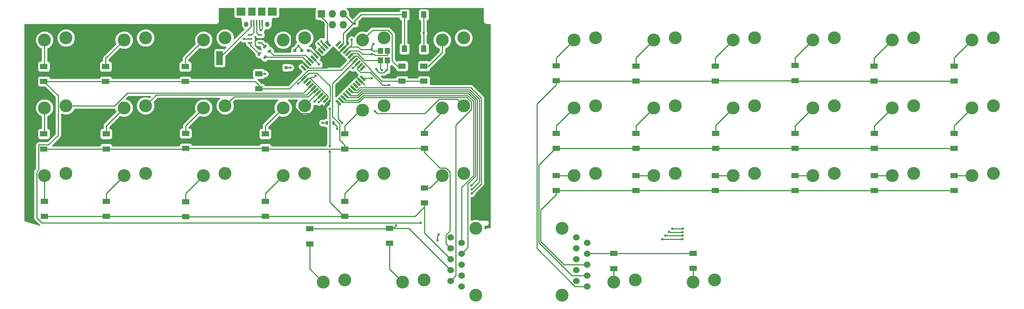
<source format=gbl>
G04 #@! TF.FileFunction,Copper,L2,Bot,Signal*
%FSLAX46Y46*%
G04 Gerber Fmt 4.6, Leading zero omitted, Abs format (unit mm)*
G04 Created by KiCad (PCBNEW 4.0.5) date Sunday, April 09, 2017 'PMt' 03:59:06 PM*
%MOMM*%
%LPD*%
G01*
G04 APERTURE LIST*
%ADD10C,0.100000*%
%ADD11R,1.150000X1.400000*%
%ADD12R,1.300000X1.550000*%
%ADD13R,0.800000X0.750000*%
%ADD14O,3.000000X3.000000*%
%ADD15C,3.000000*%
%ADD16C,1.524000*%
%ADD17R,1.727200X1.727200*%
%ADD18O,1.727200X1.727200*%
%ADD19R,1.699260X1.300480*%
%ADD20R,0.500000X0.900000*%
%ADD21R,0.600000X0.500000*%
%ADD22R,0.500000X0.600000*%
%ADD23R,1.500000X3.200000*%
%ADD24R,0.900000X0.500000*%
%ADD25R,1.000000X0.400000*%
%ADD26R,0.400000X1.350000*%
%ADD27R,1.800000X1.900000*%
%ADD28O,1.050000X1.250000*%
%ADD29R,2.100000X1.900000*%
%ADD30C,0.600000*%
%ADD31C,0.250000*%
%ADD32C,0.254000*%
G04 APERTURE END LIST*
D10*
D11*
X85000000Y-7150000D03*
X83400000Y-7150000D03*
X83400000Y-4950000D03*
X85000000Y-4950000D03*
D12*
X88970000Y3515000D03*
X93470000Y3515000D03*
X88970000Y-4435000D03*
X93470000Y-4435000D03*
D13*
X59950000Y-8800000D03*
X61450000Y-8800000D03*
D14*
X79250000Y-18700000D03*
D15*
X84250000Y-17700000D03*
D16*
X131490000Y-59765000D03*
D15*
X125650000Y-61825000D03*
X125650000Y-46275000D03*
D16*
X128950000Y-58495000D03*
X131490000Y-57225000D03*
X131490000Y-54685000D03*
X131490000Y-52145000D03*
X131490000Y-49605000D03*
X128950000Y-55955000D03*
X128950000Y-53415000D03*
X128950000Y-50875000D03*
X128950000Y-48335000D03*
D15*
X128450000Y-2400000D03*
X133450000Y-1900000D03*
X97750000Y-18200000D03*
X102750000Y-17700000D03*
X79250000Y-2400000D03*
X84250000Y-1900000D03*
D16*
X99710000Y-48335000D03*
D15*
X105550000Y-46275000D03*
X105550000Y-61825000D03*
D16*
X102250000Y-49605000D03*
X99710000Y-50875000D03*
X99710000Y-53415000D03*
X99710000Y-55955000D03*
X99710000Y-58495000D03*
X102250000Y-52145000D03*
X102250000Y-54685000D03*
X102250000Y-57225000D03*
X102250000Y-59765000D03*
D13*
X62000000Y-4850000D03*
X63500000Y-4850000D03*
D15*
X70083330Y-58800000D03*
X75083330Y-58300000D03*
X42250000Y-2400000D03*
X47250000Y-1900000D03*
X97750000Y-2400000D03*
X102750000Y-1900000D03*
D17*
X69640000Y3710000D03*
D18*
X69640000Y1170000D03*
X72180000Y3710000D03*
X72180000Y1170000D03*
X74720000Y3710000D03*
X74720000Y1170000D03*
D13*
X65090000Y-4850000D03*
X66590000Y-4850000D03*
D19*
X5100000Y-12050060D03*
X5100000Y-8549940D03*
X19500000Y-12050060D03*
X19500000Y-8549940D03*
X38000000Y-12050060D03*
X38000000Y-8549940D03*
X55100000Y-13750060D03*
X55100000Y-10249940D03*
X88400000Y-11950060D03*
X88400000Y-8449940D03*
X93500000Y-11950060D03*
X93500000Y-8449940D03*
X124300000Y-11900000D03*
X124300000Y-8399880D03*
X142800000Y-11950060D03*
X142800000Y-8449940D03*
X161300000Y-11950060D03*
X161300000Y-8449940D03*
X179800000Y-11850060D03*
X179800000Y-8349940D03*
X198200000Y-11950060D03*
X198200000Y-8449940D03*
X216800000Y-11950060D03*
X216800000Y-8449940D03*
X5100000Y-27750060D03*
X5100000Y-24249940D03*
X19600000Y-27750060D03*
X19600000Y-24249940D03*
X38100000Y-27650060D03*
X38100000Y-24149940D03*
X56600000Y-27750060D03*
X56600000Y-24249940D03*
X75100000Y-27750060D03*
X75100000Y-24249940D03*
X93600000Y-27650060D03*
X93600000Y-24149940D03*
X124300000Y-27650060D03*
X124300000Y-24149940D03*
X142800000Y-27650060D03*
X142800000Y-24149940D03*
X161380000Y-27650000D03*
X161380000Y-24149880D03*
X179800000Y-27650060D03*
X179800000Y-24149940D03*
X198300000Y-27650060D03*
X198300000Y-24149940D03*
X216800000Y-27650060D03*
X216800000Y-24149940D03*
X5200000Y-43450060D03*
X5200000Y-39949940D03*
X19600000Y-43450060D03*
X19600000Y-39949940D03*
X38100000Y-43550060D03*
X38100000Y-40049940D03*
X56600000Y-43450060D03*
X56600000Y-39949940D03*
X75100000Y-43450060D03*
X75100000Y-39949940D03*
X93600000Y-40350060D03*
X93600000Y-36849940D03*
X124300000Y-37450060D03*
X124300000Y-33949940D03*
X142800000Y-37450060D03*
X142800000Y-33949940D03*
X161300000Y-37450060D03*
X161300000Y-33949940D03*
X179800000Y-37450060D03*
X179800000Y-33949940D03*
X198300000Y-37450060D03*
X198300000Y-33949940D03*
X216800000Y-37450060D03*
X216800000Y-33949940D03*
X67000000Y-46349940D03*
X67000000Y-49850060D03*
X85500000Y-46249940D03*
X85500000Y-49750060D03*
X137620000Y-52099880D03*
X137620000Y-55600000D03*
X156110000Y-52089940D03*
X156110000Y-55590060D03*
D10*
G36*
X58084975Y-4838579D02*
X57448579Y-5474975D01*
X57095025Y-5121421D01*
X57731421Y-4485025D01*
X58084975Y-4838579D01*
X58084975Y-4838579D01*
G37*
G36*
X57024315Y-3777919D02*
X56387919Y-4414315D01*
X56034365Y-4060761D01*
X56670761Y-3424365D01*
X57024315Y-3777919D01*
X57024315Y-3777919D01*
G37*
G36*
X54808975Y-5899711D02*
X55258975Y-5120289D01*
X55691987Y-5370289D01*
X55241987Y-6149711D01*
X54808975Y-5899711D01*
X54808975Y-5899711D01*
G37*
G36*
X56108013Y-6649711D02*
X56558013Y-5870289D01*
X56991025Y-6120289D01*
X56541025Y-6899711D01*
X56108013Y-6649711D01*
X56108013Y-6649711D01*
G37*
D15*
X5250000Y-2400000D03*
X10250000Y-1900000D03*
X156116667Y-58800000D03*
X161116667Y-58300000D03*
X137616667Y-58800000D03*
X142616667Y-58300000D03*
X88583330Y-58800000D03*
X93583330Y-58300000D03*
X220950000Y-34000000D03*
X225950000Y-33500000D03*
X202450000Y-34000000D03*
X207450000Y-33500000D03*
X183950000Y-34000000D03*
X188950000Y-33500000D03*
X165450000Y-34000000D03*
X170450000Y-33500000D03*
X146950000Y-34000000D03*
X151950000Y-33500000D03*
X128450000Y-34000000D03*
X133450000Y-33500000D03*
X97750000Y-34000000D03*
X102750000Y-33500000D03*
X79250000Y-34000000D03*
X84250000Y-33500000D03*
X60750000Y-34000000D03*
X65750000Y-33500000D03*
X42250000Y-34000000D03*
X47250000Y-33500000D03*
X23750000Y-34000000D03*
X28750000Y-33500000D03*
X5250000Y-34000000D03*
X10250000Y-33500000D03*
X220950000Y-18200000D03*
X225950000Y-17700000D03*
X202450000Y-18200000D03*
X207450000Y-17700000D03*
X183950000Y-18200000D03*
X188950000Y-17700000D03*
X165450000Y-18200000D03*
X170450000Y-17700000D03*
X146950000Y-18200000D03*
X151950000Y-17700000D03*
X128450000Y-18200000D03*
X133450000Y-17700000D03*
X60750000Y-18200000D03*
X65750000Y-17700000D03*
X42250000Y-18200000D03*
X47250000Y-17700000D03*
X23750000Y-18200000D03*
X28750000Y-17700000D03*
X5250000Y-18200000D03*
X10250000Y-17700000D03*
X220950000Y-2400000D03*
X225950000Y-1900000D03*
X202450000Y-2400000D03*
X207450000Y-1900000D03*
X183950000Y-2400000D03*
X188950000Y-1900000D03*
X165450000Y-2400000D03*
X170450000Y-1900000D03*
X146950000Y-2400000D03*
X151950000Y-1900000D03*
X60750000Y-2400000D03*
X65750000Y-1900000D03*
X23750000Y-2400000D03*
X28750000Y-1900000D03*
D10*
G36*
X64816280Y-8562042D02*
X65205188Y-8173134D01*
X66265848Y-9233794D01*
X65876940Y-9622702D01*
X64816280Y-8562042D01*
X64816280Y-8562042D01*
G37*
G36*
X65381966Y-7996357D02*
X65770874Y-7607449D01*
X66831534Y-8668109D01*
X66442626Y-9057017D01*
X65381966Y-7996357D01*
X65381966Y-7996357D01*
G37*
G36*
X65947651Y-7430672D02*
X66336559Y-7041764D01*
X67397219Y-8102424D01*
X67008311Y-8491332D01*
X65947651Y-7430672D01*
X65947651Y-7430672D01*
G37*
G36*
X66513336Y-6864986D02*
X66902244Y-6476078D01*
X67962904Y-7536738D01*
X67573996Y-7925646D01*
X66513336Y-6864986D01*
X66513336Y-6864986D01*
G37*
G36*
X67079022Y-6299301D02*
X67467930Y-5910393D01*
X68528590Y-6971053D01*
X68139682Y-7359961D01*
X67079022Y-6299301D01*
X67079022Y-6299301D01*
G37*
G36*
X67644707Y-5733615D02*
X68033615Y-5344707D01*
X69094275Y-6405367D01*
X68705367Y-6794275D01*
X67644707Y-5733615D01*
X67644707Y-5733615D01*
G37*
G36*
X68210393Y-5167930D02*
X68599301Y-4779022D01*
X69659961Y-5839682D01*
X69271053Y-6228590D01*
X68210393Y-5167930D01*
X68210393Y-5167930D01*
G37*
G36*
X68776078Y-4602244D02*
X69164986Y-4213336D01*
X70225646Y-5273996D01*
X69836738Y-5662904D01*
X68776078Y-4602244D01*
X68776078Y-4602244D01*
G37*
G36*
X69341764Y-4036559D02*
X69730672Y-3647651D01*
X70791332Y-4708311D01*
X70402424Y-5097219D01*
X69341764Y-4036559D01*
X69341764Y-4036559D01*
G37*
G36*
X69907449Y-3470874D02*
X70296357Y-3081966D01*
X71357017Y-4142626D01*
X70968109Y-4531534D01*
X69907449Y-3470874D01*
X69907449Y-3470874D01*
G37*
G36*
X70473134Y-2905188D02*
X70862042Y-2516280D01*
X71922702Y-3576940D01*
X71533794Y-3965848D01*
X70473134Y-2905188D01*
X70473134Y-2905188D01*
G37*
G36*
X73937958Y-2516280D02*
X74326866Y-2905188D01*
X73266206Y-3965848D01*
X72877298Y-3576940D01*
X73937958Y-2516280D01*
X73937958Y-2516280D01*
G37*
G36*
X74503643Y-3081966D02*
X74892551Y-3470874D01*
X73831891Y-4531534D01*
X73442983Y-4142626D01*
X74503643Y-3081966D01*
X74503643Y-3081966D01*
G37*
G36*
X75069328Y-3647651D02*
X75458236Y-4036559D01*
X74397576Y-5097219D01*
X74008668Y-4708311D01*
X75069328Y-3647651D01*
X75069328Y-3647651D01*
G37*
G36*
X75635014Y-4213336D02*
X76023922Y-4602244D01*
X74963262Y-5662904D01*
X74574354Y-5273996D01*
X75635014Y-4213336D01*
X75635014Y-4213336D01*
G37*
G36*
X76200699Y-4779022D02*
X76589607Y-5167930D01*
X75528947Y-6228590D01*
X75140039Y-5839682D01*
X76200699Y-4779022D01*
X76200699Y-4779022D01*
G37*
G36*
X76766385Y-5344707D02*
X77155293Y-5733615D01*
X76094633Y-6794275D01*
X75705725Y-6405367D01*
X76766385Y-5344707D01*
X76766385Y-5344707D01*
G37*
G36*
X77332070Y-5910393D02*
X77720978Y-6299301D01*
X76660318Y-7359961D01*
X76271410Y-6971053D01*
X77332070Y-5910393D01*
X77332070Y-5910393D01*
G37*
G36*
X77897756Y-6476078D02*
X78286664Y-6864986D01*
X77226004Y-7925646D01*
X76837096Y-7536738D01*
X77897756Y-6476078D01*
X77897756Y-6476078D01*
G37*
G36*
X78463441Y-7041764D02*
X78852349Y-7430672D01*
X77791689Y-8491332D01*
X77402781Y-8102424D01*
X78463441Y-7041764D01*
X78463441Y-7041764D01*
G37*
G36*
X79029126Y-7607449D02*
X79418034Y-7996357D01*
X78357374Y-9057017D01*
X77968466Y-8668109D01*
X79029126Y-7607449D01*
X79029126Y-7607449D01*
G37*
G36*
X79594812Y-8173134D02*
X79983720Y-8562042D01*
X78923060Y-9622702D01*
X78534152Y-9233794D01*
X79594812Y-8173134D01*
X79594812Y-8173134D01*
G37*
G36*
X78534152Y-10966206D02*
X78923060Y-10577298D01*
X79983720Y-11637958D01*
X79594812Y-12026866D01*
X78534152Y-10966206D01*
X78534152Y-10966206D01*
G37*
G36*
X77968466Y-11531891D02*
X78357374Y-11142983D01*
X79418034Y-12203643D01*
X79029126Y-12592551D01*
X77968466Y-11531891D01*
X77968466Y-11531891D01*
G37*
G36*
X77402781Y-12097576D02*
X77791689Y-11708668D01*
X78852349Y-12769328D01*
X78463441Y-13158236D01*
X77402781Y-12097576D01*
X77402781Y-12097576D01*
G37*
G36*
X76837096Y-12663262D02*
X77226004Y-12274354D01*
X78286664Y-13335014D01*
X77897756Y-13723922D01*
X76837096Y-12663262D01*
X76837096Y-12663262D01*
G37*
G36*
X76271410Y-13228947D02*
X76660318Y-12840039D01*
X77720978Y-13900699D01*
X77332070Y-14289607D01*
X76271410Y-13228947D01*
X76271410Y-13228947D01*
G37*
G36*
X75705725Y-13794633D02*
X76094633Y-13405725D01*
X77155293Y-14466385D01*
X76766385Y-14855293D01*
X75705725Y-13794633D01*
X75705725Y-13794633D01*
G37*
G36*
X75140039Y-14360318D02*
X75528947Y-13971410D01*
X76589607Y-15032070D01*
X76200699Y-15420978D01*
X75140039Y-14360318D01*
X75140039Y-14360318D01*
G37*
G36*
X74574354Y-14926004D02*
X74963262Y-14537096D01*
X76023922Y-15597756D01*
X75635014Y-15986664D01*
X74574354Y-14926004D01*
X74574354Y-14926004D01*
G37*
G36*
X74008668Y-15491689D02*
X74397576Y-15102781D01*
X75458236Y-16163441D01*
X75069328Y-16552349D01*
X74008668Y-15491689D01*
X74008668Y-15491689D01*
G37*
G36*
X73442983Y-16057374D02*
X73831891Y-15668466D01*
X74892551Y-16729126D01*
X74503643Y-17118034D01*
X73442983Y-16057374D01*
X73442983Y-16057374D01*
G37*
G36*
X72877298Y-16623060D02*
X73266206Y-16234152D01*
X74326866Y-17294812D01*
X73937958Y-17683720D01*
X72877298Y-16623060D01*
X72877298Y-16623060D01*
G37*
G36*
X71533794Y-16234152D02*
X71922702Y-16623060D01*
X70862042Y-17683720D01*
X70473134Y-17294812D01*
X71533794Y-16234152D01*
X71533794Y-16234152D01*
G37*
G36*
X70968109Y-15668466D02*
X71357017Y-16057374D01*
X70296357Y-17118034D01*
X69907449Y-16729126D01*
X70968109Y-15668466D01*
X70968109Y-15668466D01*
G37*
G36*
X70402424Y-15102781D02*
X70791332Y-15491689D01*
X69730672Y-16552349D01*
X69341764Y-16163441D01*
X70402424Y-15102781D01*
X70402424Y-15102781D01*
G37*
G36*
X69836738Y-14537096D02*
X70225646Y-14926004D01*
X69164986Y-15986664D01*
X68776078Y-15597756D01*
X69836738Y-14537096D01*
X69836738Y-14537096D01*
G37*
G36*
X69271053Y-13971410D02*
X69659961Y-14360318D01*
X68599301Y-15420978D01*
X68210393Y-15032070D01*
X69271053Y-13971410D01*
X69271053Y-13971410D01*
G37*
G36*
X68705367Y-13405725D02*
X69094275Y-13794633D01*
X68033615Y-14855293D01*
X67644707Y-14466385D01*
X68705367Y-13405725D01*
X68705367Y-13405725D01*
G37*
G36*
X68139682Y-12840039D02*
X68528590Y-13228947D01*
X67467930Y-14289607D01*
X67079022Y-13900699D01*
X68139682Y-12840039D01*
X68139682Y-12840039D01*
G37*
G36*
X67573996Y-12274354D02*
X67962904Y-12663262D01*
X66902244Y-13723922D01*
X66513336Y-13335014D01*
X67573996Y-12274354D01*
X67573996Y-12274354D01*
G37*
G36*
X67008311Y-11708668D02*
X67397219Y-12097576D01*
X66336559Y-13158236D01*
X65947651Y-12769328D01*
X67008311Y-11708668D01*
X67008311Y-11708668D01*
G37*
G36*
X66442626Y-11142983D02*
X66831534Y-11531891D01*
X65770874Y-12592551D01*
X65381966Y-12203643D01*
X66442626Y-11142983D01*
X66442626Y-11142983D01*
G37*
G36*
X65876940Y-10577298D02*
X66265848Y-10966206D01*
X65205188Y-12026866D01*
X64816280Y-11637958D01*
X65876940Y-10577298D01*
X65876940Y-10577298D01*
G37*
D20*
X72450000Y-21700000D03*
X70950000Y-21700000D03*
D21*
X83700000Y-9450000D03*
X84800000Y-9450000D03*
D22*
X81350000Y-4600000D03*
X81350000Y-5700000D03*
D23*
X46000000Y-6600000D03*
X50200000Y-6600000D03*
D24*
X77260000Y1410000D03*
X77260000Y-90000D03*
D25*
X55400000Y-3100000D03*
X53100000Y-3100000D03*
X55400000Y-2150000D03*
X53100000Y-2150000D03*
X55400000Y-1200000D03*
X53100000Y-1200000D03*
D26*
X54610000Y1575000D03*
X53960000Y1575000D03*
X55260000Y1575000D03*
X53310000Y1575000D03*
X55910000Y1575000D03*
D27*
X53460000Y4250000D03*
X55760000Y4250000D03*
D28*
X52185000Y1250000D03*
X57035000Y1250000D03*
D29*
X50960000Y4250000D03*
X58260000Y4250000D03*
D30*
X93470000Y-800000D03*
X82450000Y-9200000D03*
X81800000Y-3300000D03*
X69100000Y-8020000D03*
X55570000Y-80000D03*
X68280000Y-10690000D03*
X69900000Y-21690000D03*
X62450000Y-8810000D03*
X76660000Y-2330000D03*
X81370000Y-11300000D03*
X64300000Y-3770000D03*
X51600000Y-2160000D03*
X48580000Y1160000D03*
X61880000Y1340000D03*
X62830000Y-11220000D03*
X64294250Y-12584250D03*
X75120000Y-7180000D03*
X77410000Y-10130000D03*
X61710000Y-12460000D03*
X63090000Y-16670000D03*
X92820000Y-44940000D03*
X56530000Y-10250000D03*
X71620000Y-28375070D03*
X71640000Y-27125050D03*
X71622702Y-18390000D03*
X76990000Y-8910000D03*
X85460000Y-12874936D03*
X87010000Y-45590000D03*
X68060000Y-16730000D03*
X96910000Y-47709990D03*
X96690000Y-49010000D03*
X69056949Y-16843051D03*
X82083051Y-18983051D03*
X151324990Y-46360000D03*
X153728553Y-46360502D03*
X150550000Y-47130000D03*
X153700000Y-47159994D03*
X149700000Y-47960000D03*
X153700000Y-47959997D03*
X148930000Y-48770000D03*
X153700000Y-48760000D03*
X104616949Y-38086949D03*
X104610000Y-37210000D03*
X104550000Y-36230000D03*
X69010000Y-3270000D03*
X69700000Y-2710000D03*
X73300359Y-23080000D03*
X74530000Y-21690000D03*
D31*
X93470000Y-800000D02*
X93470000Y-4435000D01*
X93470000Y2490000D02*
X93470000Y-800000D01*
X93470000Y3515000D02*
X93470000Y2490000D01*
X85000000Y-7150000D02*
X85000000Y-9250000D01*
X85000000Y-9250000D02*
X84800000Y-9450000D01*
X84800000Y-9450000D02*
X84750000Y-9450000D01*
X84750000Y-9450000D02*
X84174999Y-10025001D01*
X84174999Y-10025001D02*
X83139999Y-10025001D01*
X83139999Y-10025001D02*
X82450000Y-9335002D01*
X82450000Y-9335002D02*
X82450000Y-9200000D01*
X81350000Y-4600000D02*
X81350000Y-3750000D01*
X81350000Y-3750000D02*
X81800000Y-3300000D01*
X83400000Y-4950000D02*
X81700000Y-4950000D01*
X81700000Y-4950000D02*
X81350000Y-4600000D01*
X75299138Y-4938120D02*
X76200953Y-4036305D01*
X76200953Y-4036305D02*
X78185303Y-4036305D01*
X78185303Y-4036305D02*
X78748998Y-4600000D01*
X78748998Y-4600000D02*
X80850000Y-4600000D01*
X80850000Y-4600000D02*
X81350000Y-4600000D01*
X75299138Y-4938120D02*
X76660000Y-3577258D01*
X76660000Y-3577258D02*
X76660000Y-2330000D01*
X67803806Y-6723806D02*
X69100000Y-8020000D01*
X55910000Y1245000D02*
X55910000Y260000D01*
X55910000Y260000D02*
X55570000Y-80000D01*
X55260000Y1245000D02*
X55260000Y230000D01*
X55260000Y230000D02*
X55570000Y-80000D01*
X67026004Y-11266727D02*
X66707790Y-11266727D01*
X66707790Y-11266727D02*
X66106750Y-11867767D01*
X67302732Y-10989999D02*
X67026004Y-11266727D01*
X68280000Y-10690000D02*
X67980001Y-10989999D01*
X67980001Y-10989999D02*
X67302732Y-10989999D01*
X70632233Y-16393250D02*
X71233273Y-15792210D01*
X71233273Y-15792210D02*
X71233273Y-15473996D01*
X71233273Y-15473996D02*
X67026004Y-11266727D01*
X70950000Y-21700000D02*
X69910000Y-21700000D01*
X69910000Y-21700000D02*
X69900000Y-21690000D01*
X61450000Y-8800000D02*
X62440000Y-8800000D01*
X62440000Y-8800000D02*
X62450000Y-8810000D01*
X79258936Y-11302082D02*
X81367918Y-11302082D01*
X81367918Y-11302082D02*
X81370000Y-11300000D01*
X70632233Y-16393250D02*
X70632233Y-16367767D01*
X63500000Y-4850000D02*
X63500000Y-4570000D01*
X63500000Y-4570000D02*
X64300000Y-3770000D01*
X65090000Y-4850000D02*
X65090000Y-4560000D01*
X65090000Y-4560000D02*
X64300000Y-3770000D01*
X53100000Y-2150000D02*
X51610000Y-2150000D01*
X51610000Y-2150000D02*
X51600000Y-2160000D01*
X71440000Y-8380000D02*
X71440000Y-8008629D01*
X71440000Y-8008629D02*
X68935177Y-5503806D01*
X70886727Y-8933273D02*
X71440000Y-8380000D01*
X67396727Y-8933273D02*
X70886727Y-8933273D01*
X62000000Y-4850000D02*
X62025000Y-4850000D01*
X62025000Y-4850000D02*
X62650000Y-4225000D01*
X62650000Y-4225000D02*
X62650000Y570000D01*
X62650000Y570000D02*
X61880000Y1340000D01*
X74733452Y-4372435D02*
X73001041Y-6104846D01*
X73001041Y-6104846D02*
X69536217Y-6104846D01*
X69536217Y-6104846D02*
X68935177Y-5503806D01*
X71197918Y-16958936D02*
X71197918Y-16676109D01*
X71683282Y-16190745D02*
X71683282Y-13168280D01*
X71683282Y-13168280D02*
X68580001Y-10064999D01*
X71197918Y-16676109D02*
X71683282Y-16190745D01*
X68580001Y-10064999D02*
X66778147Y-10064999D01*
X66778147Y-10064999D02*
X66142104Y-10701042D01*
X66142104Y-10701042D02*
X65541064Y-11302082D01*
X65541064Y-11302082D02*
X65541064Y-11337436D01*
X65541064Y-11337436D02*
X64294250Y-12584250D01*
X69536217Y-6753783D02*
X69536217Y-6104846D01*
X77710000Y-10890000D02*
X77710000Y-10430000D01*
X77710000Y-10430000D02*
X77410000Y-10130000D01*
X71197918Y-16958936D02*
X68631853Y-19525001D01*
X68631853Y-19525001D02*
X64873999Y-19525001D01*
X64873999Y-19525001D02*
X63090000Y-17741002D01*
X63090000Y-17741002D02*
X63090000Y-16670000D01*
X78693250Y-11867767D02*
X79725483Y-12900000D01*
X78086727Y-11266727D02*
X77710000Y-10890000D01*
X78693250Y-11867767D02*
X78092210Y-11266727D01*
X78092210Y-11266727D02*
X78086727Y-11266727D01*
X74733452Y-4372435D02*
X75550000Y-3555887D01*
X74116525Y-4973475D02*
X73670000Y-5420000D01*
X74733452Y-4372435D02*
X74132412Y-4973475D01*
X74132412Y-4973475D02*
X74116525Y-4973475D01*
X69536217Y-6104846D02*
X69544846Y-6104846D01*
X68332766Y-4902766D02*
X67910000Y-4480000D01*
X68935177Y-5503806D02*
X68334137Y-4902766D01*
X68334137Y-4902766D02*
X68332766Y-4902766D01*
X66106750Y-8332233D02*
X66707790Y-8933273D01*
X66707790Y-8933273D02*
X67396727Y-8933273D01*
X66106750Y-8332233D02*
X65505710Y-7731193D01*
X65505710Y-7731193D02*
X64668807Y-7731193D01*
X5250000Y-2400000D02*
X5250000Y-8399940D01*
X5250000Y-8399940D02*
X5100000Y-8549940D01*
X5100000Y-12050060D02*
X8424999Y-15375059D01*
X8424999Y-24559451D02*
X6209631Y-26774819D01*
X6209631Y-26774819D02*
X3990369Y-26774819D01*
X8424999Y-15375059D02*
X8424999Y-24559451D01*
X3925369Y-32623629D02*
X3424999Y-33123999D01*
X3990369Y-26774819D02*
X3925369Y-26839819D01*
X3925369Y-26839819D02*
X3925369Y-32623629D01*
X3424999Y-33123999D02*
X3424999Y-43759931D01*
X3424999Y-43759931D02*
X4605068Y-44940000D01*
X4605068Y-44940000D02*
X6200000Y-44940000D01*
X6200000Y-44940000D02*
X92820000Y-44940000D01*
X76996194Y-6635177D02*
X77480303Y-6151068D01*
X77480303Y-6151068D02*
X78032380Y-6151068D01*
X81174999Y-9500001D02*
X83625058Y-11950060D01*
X78032380Y-6151068D02*
X81174999Y-9293687D01*
X81174999Y-9293687D02*
X81174999Y-9500001D01*
X83625058Y-11950060D02*
X87300370Y-11950060D01*
X87300370Y-11950060D02*
X88400000Y-11950060D01*
X55100000Y-13750060D02*
X62244542Y-13750060D01*
X62244542Y-13750060D02*
X66611319Y-9383283D01*
X76395154Y-7236217D02*
X76996194Y-6635177D01*
X66611319Y-9383283D02*
X74248088Y-9383283D01*
X74248088Y-9383283D02*
X76395154Y-7236217D01*
X88400000Y-11950060D02*
X93500000Y-11950060D01*
X5100000Y-12050060D02*
X19500000Y-12050060D01*
X38000000Y-12050060D02*
X54300240Y-12050060D01*
X54300240Y-12050060D02*
X55100000Y-12849820D01*
X55100000Y-12849820D02*
X55100000Y-13750060D01*
X19500000Y-12050060D02*
X38000000Y-12050060D01*
X23750000Y-2400000D02*
X19500000Y-6650000D01*
X19500000Y-6650000D02*
X19500000Y-8549940D01*
X38000000Y-8549940D02*
X38000000Y-6650000D01*
X38000000Y-6650000D02*
X42250000Y-2400000D01*
X55100000Y-10249940D02*
X56529940Y-10249940D01*
X56529940Y-10249940D02*
X56530000Y-10250000D01*
X88400000Y-8449940D02*
X87300370Y-8449940D01*
X87300370Y-8449940D02*
X86075001Y-7224571D01*
X86075001Y-7224571D02*
X86075001Y-1023999D01*
X86075001Y-1023999D02*
X85126001Y-74999D01*
X85126001Y-74999D02*
X81575001Y-74999D01*
X81575001Y-74999D02*
X80749999Y-900001D01*
X80749999Y-900001D02*
X79250000Y-2400000D01*
X93500000Y-8449940D02*
X94599630Y-8449940D01*
X94599630Y-8449940D02*
X97750000Y-5299570D01*
X97750000Y-4521320D02*
X97750000Y-2400000D01*
X97750000Y-5299570D02*
X97750000Y-4521320D01*
X128450000Y-2400000D02*
X124300000Y-6550000D01*
X124300000Y-6550000D02*
X124300000Y-8399880D01*
X124300000Y-11900000D02*
X124300000Y-12800240D01*
X124300000Y-12800240D02*
X119774980Y-17325260D01*
X119774980Y-17325260D02*
X119774980Y-50928742D01*
X119774980Y-50928742D02*
X128611238Y-59765000D01*
X128611238Y-59765000D02*
X130412370Y-59765000D01*
X130412370Y-59765000D02*
X131490000Y-59765000D01*
X142800000Y-11950060D02*
X124350060Y-11950060D01*
X124350060Y-11950060D02*
X124300000Y-11900000D01*
X161300000Y-11950060D02*
X142800000Y-11950060D01*
X179800000Y-11850060D02*
X161400000Y-11850060D01*
X161400000Y-11850060D02*
X161300000Y-11950060D01*
X198200000Y-11950060D02*
X179900000Y-11950060D01*
X179900000Y-11950060D02*
X179800000Y-11850060D01*
X216800000Y-11950060D02*
X198200000Y-11950060D01*
X146950000Y-2400000D02*
X142800000Y-6550000D01*
X142800000Y-6550000D02*
X142800000Y-8449940D01*
X165450000Y-2400000D02*
X161300000Y-6550000D01*
X161300000Y-6550000D02*
X161300000Y-8449940D01*
X183950000Y-2400000D02*
X179800000Y-6550000D01*
X179800000Y-6550000D02*
X179800000Y-8349940D01*
X202450000Y-2400000D02*
X198200000Y-6650000D01*
X198200000Y-6650000D02*
X198200000Y-8449940D01*
X220950000Y-2400000D02*
X216800000Y-6550000D01*
X216800000Y-6550000D02*
X216800000Y-8449940D01*
X5250000Y-18200000D02*
X5250000Y-24099940D01*
X5250000Y-24099940D02*
X5100000Y-24249940D01*
X93600000Y-27650060D02*
X93600000Y-28550300D01*
X97224699Y-32174999D02*
X98626001Y-32174999D01*
X98626001Y-32174999D02*
X99575001Y-33123999D01*
X93600000Y-28550300D02*
X97224699Y-32174999D01*
X99575001Y-33123999D02*
X99575001Y-46861237D01*
X99575001Y-46861237D02*
X98622999Y-47813239D01*
X98622999Y-47813239D02*
X98622999Y-49787999D01*
X98622999Y-49787999D02*
X98948001Y-50113001D01*
X98948001Y-50113001D02*
X99710000Y-50875000D01*
X77561880Y-7200862D02*
X72247712Y-12515030D01*
X72247712Y-12515030D02*
X72247712Y-20212710D01*
X72247712Y-20212710D02*
X73925369Y-21890367D01*
X73925369Y-21890367D02*
X73925369Y-25675189D01*
X75100000Y-26849820D02*
X75100000Y-27750060D01*
X73925369Y-25675189D02*
X75100000Y-26849820D01*
X75100000Y-27750060D02*
X74000370Y-27750060D01*
X74000370Y-27750060D02*
X56600000Y-27750060D01*
X93600000Y-27650060D02*
X75200000Y-27650060D01*
X75200000Y-27650060D02*
X75100000Y-27750060D01*
X38100000Y-27650060D02*
X56500000Y-27650060D01*
X56500000Y-27650060D02*
X56600000Y-27750060D01*
X19600000Y-27750060D02*
X38000000Y-27750060D01*
X38000000Y-27750060D02*
X38100000Y-27650060D01*
X5100000Y-27750060D02*
X19600000Y-27750060D01*
X19600000Y-24249940D02*
X19600000Y-22350000D01*
X19600000Y-22350000D02*
X23750000Y-18200000D01*
X38100000Y-24149940D02*
X38100000Y-22350000D01*
X38100000Y-22350000D02*
X42250000Y-18200000D01*
X56600000Y-24249940D02*
X56600000Y-22350000D01*
X56600000Y-22350000D02*
X60750000Y-18200000D01*
X75100000Y-24249940D02*
X75100000Y-22350000D01*
X75100000Y-22350000D02*
X79250000Y-18200000D01*
X93600000Y-24149940D02*
X93600000Y-23249700D01*
X93600000Y-23249700D02*
X97750000Y-19099700D01*
X97750000Y-19099700D02*
X97750000Y-18200000D01*
X128450000Y-18200000D02*
X124300000Y-22350000D01*
X124300000Y-22350000D02*
X124300000Y-24149940D01*
X124300000Y-27650060D02*
X124100610Y-27650060D01*
X127925000Y-57225000D02*
X130412370Y-57225000D01*
X124100610Y-27650060D02*
X120224990Y-31525680D01*
X120224990Y-31525680D02*
X120224990Y-49524990D01*
X120224990Y-49524990D02*
X127925000Y-57225000D01*
X130412370Y-57225000D02*
X131490000Y-57225000D01*
X142800000Y-27650060D02*
X124300000Y-27650060D01*
X161380000Y-27650000D02*
X142800060Y-27650000D01*
X142800060Y-27650000D02*
X142800000Y-27650060D01*
X179800000Y-27650060D02*
X161380060Y-27650060D01*
X161380060Y-27650060D02*
X161380000Y-27650000D01*
X216800000Y-27650060D02*
X198300000Y-27650060D01*
X198300000Y-27650060D02*
X179800000Y-27650060D01*
X146950000Y-18200000D02*
X142800000Y-22350000D01*
X142800000Y-22350000D02*
X142800000Y-24149940D01*
X165450000Y-18200000D02*
X161380000Y-22270000D01*
X161380000Y-22270000D02*
X161380000Y-24149880D01*
X183950000Y-18200000D02*
X179800000Y-22350000D01*
X179800000Y-22350000D02*
X179800000Y-24149940D01*
X202450000Y-18200000D02*
X198300000Y-22350000D01*
X198300000Y-22350000D02*
X198300000Y-24149940D01*
X220950000Y-18200000D02*
X216800000Y-22350000D01*
X216800000Y-22350000D02*
X216800000Y-24149940D01*
X5200000Y-39949940D02*
X5200000Y-34050000D01*
X5200000Y-34050000D02*
X5250000Y-34000000D01*
X93600000Y-40350060D02*
X93600000Y-47305000D01*
X93600000Y-47305000D02*
X99710000Y-53415000D01*
X71620000Y-28375070D02*
X71620000Y-40169450D01*
X71620000Y-40169450D02*
X74900610Y-43450060D01*
X74900610Y-43450060D02*
X75100000Y-43450060D01*
X71622702Y-18390000D02*
X71622702Y-27107752D01*
X71622702Y-27107752D02*
X71640000Y-27125050D01*
X78127565Y-7766548D02*
X78127565Y-7772435D01*
X78127565Y-7772435D02*
X76990000Y-8910000D01*
X75100000Y-43450060D02*
X91400240Y-43450060D01*
X91400240Y-43450060D02*
X93600000Y-41250300D01*
X93600000Y-41250300D02*
X93600000Y-40350060D01*
X56600000Y-43450060D02*
X75100000Y-43450060D01*
X38100000Y-43550060D02*
X56500000Y-43550060D01*
X56500000Y-43550060D02*
X56600000Y-43450060D01*
X19600000Y-43450060D02*
X38000000Y-43450060D01*
X38000000Y-43450060D02*
X38100000Y-43550060D01*
X5200000Y-43450060D02*
X6299630Y-43450060D01*
X6299630Y-43450060D02*
X19600000Y-43450060D01*
X19600000Y-39949940D02*
X19600000Y-38150000D01*
X19600000Y-38150000D02*
X23750000Y-34000000D01*
X38100000Y-40049940D02*
X38100000Y-38150000D01*
X38100000Y-38150000D02*
X42250000Y-34000000D01*
X56600000Y-39949940D02*
X56600000Y-38150000D01*
X56600000Y-38150000D02*
X60750000Y-34000000D01*
X75100000Y-39949940D02*
X75100000Y-38150000D01*
X75100000Y-38150000D02*
X79250000Y-34000000D01*
X93600000Y-36849940D02*
X94900060Y-36849940D01*
X94900060Y-36849940D02*
X97750000Y-34000000D01*
X128450000Y-34000000D02*
X124350060Y-34000000D01*
X124350060Y-34000000D02*
X124300000Y-33949940D01*
X124300000Y-37450060D02*
X124300000Y-38350300D01*
X124300000Y-38350300D02*
X120674999Y-41975301D01*
X120674999Y-41975301D02*
X120674999Y-49288761D01*
X120674999Y-49288761D02*
X126071238Y-54685000D01*
X126071238Y-54685000D02*
X131490000Y-54685000D01*
X142800000Y-37450060D02*
X124300000Y-37450060D01*
X161300000Y-37450060D02*
X142800000Y-37450060D01*
X179800000Y-37450060D02*
X178700370Y-37450060D01*
X178700370Y-37450060D02*
X161300000Y-37450060D01*
X198300000Y-37450060D02*
X179800000Y-37450060D01*
X216800000Y-37450060D02*
X198300000Y-37450060D01*
X146950000Y-34000000D02*
X142850060Y-34000000D01*
X142850060Y-34000000D02*
X142800000Y-33949940D01*
X165450000Y-34000000D02*
X161350060Y-34000000D01*
X161350060Y-34000000D02*
X161300000Y-33949940D01*
X183950000Y-34000000D02*
X179850060Y-34000000D01*
X179850060Y-34000000D02*
X179800000Y-33949940D01*
X202450000Y-34000000D02*
X198350060Y-34000000D01*
X198350060Y-34000000D02*
X198300000Y-33949940D01*
X220950000Y-34000000D02*
X216850060Y-34000000D01*
X216850060Y-34000000D02*
X216800000Y-33949940D01*
X67000000Y-49850060D02*
X67000000Y-55716670D01*
X67000000Y-55716670D02*
X70083330Y-58800000D01*
X85460000Y-12874936D02*
X83913524Y-12874936D01*
X83913524Y-12874936D02*
X80986300Y-9947712D01*
X78788436Y-9947712D02*
X78092210Y-9251486D01*
X80986300Y-9947712D02*
X78788436Y-9947712D01*
X78092210Y-9251486D02*
X78092210Y-8933273D01*
X78092210Y-8933273D02*
X78693250Y-8332233D01*
X85500000Y-46249940D02*
X86350060Y-46249940D01*
X86350060Y-46249940D02*
X87010000Y-45590000D01*
X85500000Y-46249940D02*
X90004940Y-46249940D01*
X90004940Y-46249940D02*
X99710000Y-55955000D01*
X67000000Y-46349940D02*
X85400000Y-46349940D01*
X85400000Y-46349940D02*
X85500000Y-46249940D01*
X85500000Y-49750060D02*
X85500000Y-55716670D01*
X85500000Y-55716670D02*
X88583330Y-58800000D01*
X137616667Y-58800000D02*
X137616667Y-55603333D01*
X137616667Y-55603333D02*
X137620000Y-55600000D01*
X137620000Y-52099880D02*
X131535120Y-52099880D01*
X131535120Y-52099880D02*
X131490000Y-52145000D01*
X156110000Y-52089940D02*
X137629940Y-52089940D01*
X137629940Y-52089940D02*
X137620000Y-52099880D01*
X156116667Y-58800000D02*
X156116667Y-55596727D01*
X156116667Y-55596727D02*
X156110000Y-55590060D01*
X10250000Y-17700000D02*
X21548998Y-17700000D01*
X21548998Y-17700000D02*
X24523697Y-14725301D01*
X24523697Y-14725301D02*
X65511957Y-14725301D01*
X65511957Y-14725301D02*
X66637080Y-13600178D01*
X66637080Y-13600178D02*
X67238120Y-12999138D01*
X28750000Y-17700000D02*
X31274689Y-15175311D01*
X31274689Y-15175311D02*
X66193318Y-15175311D01*
X66193318Y-15175311D02*
X67202766Y-14165863D01*
X67202766Y-14165863D02*
X67803806Y-13564823D01*
X47250000Y-17700000D02*
X49324680Y-15625320D01*
X49324680Y-15625320D02*
X66591853Y-15625320D01*
X66591853Y-15625320D02*
X68086664Y-14130509D01*
X65750000Y-17700000D02*
X68753806Y-14696194D01*
X68753806Y-14696194D02*
X68935177Y-14696194D01*
X68060000Y-16730000D02*
X68060000Y-16702742D01*
X68060000Y-16702742D02*
X69500862Y-15261880D01*
X96690000Y-49010000D02*
X96690000Y-47929990D01*
X96690000Y-47929990D02*
X96910000Y-47709990D01*
X69056949Y-16843051D02*
X69056949Y-16837164D01*
X69056949Y-16837164D02*
X70066548Y-15827565D01*
X102750000Y-17700000D02*
X101250001Y-16200001D01*
X101250001Y-16200001D02*
X97048997Y-16200001D01*
X97048997Y-16200001D02*
X93723997Y-19525001D01*
X93723997Y-19525001D02*
X82625001Y-19525001D01*
X82625001Y-19525001D02*
X82083051Y-18983051D01*
X153728553Y-46360502D02*
X151325492Y-46360502D01*
X151325492Y-46360502D02*
X151324990Y-46360000D01*
X153700000Y-47159994D02*
X150579994Y-47159994D01*
X150579994Y-47159994D02*
X150550000Y-47130000D01*
X153700000Y-47959997D02*
X149700003Y-47959997D01*
X149700003Y-47959997D02*
X149700000Y-47960000D01*
X153700000Y-48760000D02*
X148940000Y-48760000D01*
X148940000Y-48760000D02*
X148930000Y-48770000D01*
X106825046Y-15891994D02*
X106825046Y-35878852D01*
X106825046Y-35878852D02*
X104616949Y-38086949D01*
X104432998Y-13499946D02*
X106825046Y-15891994D01*
X78581366Y-13499945D02*
X104432998Y-13499946D01*
X76996194Y-13564823D02*
X77480303Y-14048932D01*
X77480303Y-14048932D02*
X78032377Y-14048932D01*
X78032377Y-14048932D02*
X78581366Y-13499945D01*
X106375037Y-16078395D02*
X106375037Y-35444963D01*
X106375037Y-35444963D02*
X104610000Y-37210000D01*
X78767765Y-13949954D02*
X104246597Y-13949955D01*
X104246597Y-13949955D02*
X106375037Y-16078395D01*
X76430509Y-14130509D02*
X76914617Y-14614617D01*
X76914617Y-14614617D02*
X78103102Y-14614617D01*
X78103102Y-14614617D02*
X78767765Y-13949954D01*
X105925029Y-34298793D02*
X105925029Y-34854971D01*
X105925029Y-34854971D02*
X104550000Y-36230000D01*
X105925028Y-16264796D02*
X105925028Y-16264798D01*
X105925028Y-16264798D02*
X105925030Y-16264800D01*
X105925030Y-16264800D02*
X105925029Y-34298793D01*
X78056895Y-15297234D02*
X78954165Y-14399964D01*
X78954165Y-14399964D02*
X104060196Y-14399964D01*
X76465863Y-15297234D02*
X78056895Y-15297234D01*
X104060196Y-14399964D02*
X105925028Y-16264796D01*
X75864823Y-14696194D02*
X76465863Y-15297234D01*
X78243295Y-15747244D02*
X79140569Y-14849972D01*
X79140569Y-14849972D02*
X103873795Y-14849973D01*
X103873795Y-14849973D02*
X105475021Y-16451199D01*
X105475021Y-16451199D02*
X105475020Y-34112392D01*
X105475020Y-34112392D02*
X103724999Y-35862413D01*
X103724999Y-35862413D02*
X103724999Y-50670001D01*
X103724999Y-50670001D02*
X103011999Y-51383001D01*
X103011999Y-51383001D02*
X102250000Y-52145000D01*
X78243295Y-15747244D02*
X78243296Y-15747243D01*
X75299138Y-15261880D02*
X75784502Y-15747244D01*
X75784502Y-15747244D02*
X78243295Y-15747244D01*
X74733452Y-15827565D02*
X75334492Y-16428605D01*
X75334492Y-16428605D02*
X78198344Y-16428605D01*
X78198344Y-16428605D02*
X79326968Y-15299981D01*
X102250000Y-36701002D02*
X102250000Y-48527370D01*
X79326968Y-15299981D02*
X103687394Y-15299982D01*
X103687394Y-15299982D02*
X105025011Y-16637599D01*
X105025011Y-16637599D02*
X105025011Y-33925991D01*
X105025011Y-33925991D02*
X102250000Y-36701002D01*
X102250000Y-48527370D02*
X102250000Y-49605000D01*
X99710000Y-58495000D02*
X100924999Y-57280001D01*
X100924999Y-57280001D02*
X100924999Y-22226003D01*
X78384744Y-16878615D02*
X74653132Y-16878615D01*
X100924999Y-22226003D02*
X104575001Y-18576001D01*
X104575001Y-16823999D02*
X103500993Y-15749991D01*
X104575001Y-18576001D02*
X104575001Y-16823999D01*
X103500993Y-15749991D02*
X79513368Y-15749991D01*
X79513368Y-15749991D02*
X78384744Y-16878615D01*
X74653132Y-16878615D02*
X74167767Y-16393250D01*
X83400000Y-7150000D02*
X79667722Y-7150000D01*
X79667722Y-7150000D02*
X77986173Y-5468451D01*
X77986173Y-5468451D02*
X77031549Y-5468451D01*
X77031549Y-5468451D02*
X76430509Y-6069491D01*
X83400000Y-7150000D02*
X83400000Y-9150000D01*
X83400000Y-9150000D02*
X83700000Y-9450000D01*
X85000000Y-4950000D02*
X85000000Y-5900000D01*
X85000000Y-5900000D02*
X84924999Y-5975001D01*
X84924999Y-5975001D02*
X82125001Y-5975001D01*
X81850000Y-5700000D02*
X81350000Y-5700000D01*
X82125001Y-5975001D02*
X81850000Y-5700000D01*
X75864823Y-5503806D02*
X76465863Y-4902766D01*
X76465863Y-4902766D02*
X78415354Y-4902766D01*
X78415354Y-4902766D02*
X79212588Y-5700000D01*
X79212588Y-5700000D02*
X80850000Y-5700000D01*
X80850000Y-5700000D02*
X81350000Y-5700000D01*
X69640000Y3710000D02*
X69640000Y2929130D01*
X69640000Y2929130D02*
X70991399Y1577731D01*
X70991399Y-2545637D02*
X71197918Y-2752156D01*
X70991399Y1577731D02*
X70991399Y-2545637D01*
X71197918Y-2752156D02*
X71197918Y-3241064D01*
X69010000Y-3270000D02*
X69010000Y-3315887D01*
X69010000Y-3315887D02*
X70066548Y-4372435D01*
X69700000Y-2710000D02*
X69700000Y-2874517D01*
X69700000Y-2874517D02*
X70632233Y-3806750D01*
X88970000Y3515000D02*
X88970000Y-4435000D01*
X77260000Y1410000D02*
X77260000Y1910000D01*
X77260000Y1910000D02*
X78865000Y3515000D01*
X78865000Y3515000D02*
X88070000Y3515000D01*
X88070000Y3515000D02*
X88970000Y3515000D01*
X77260000Y1410000D02*
X77060000Y1410000D01*
X77060000Y1410000D02*
X74768807Y-881193D01*
X74768807Y-881193D02*
X74768807Y-3205710D01*
X74768807Y-3205710D02*
X74167767Y-3806750D01*
X77060000Y1410000D02*
X74760000Y3710000D01*
X74760000Y3710000D02*
X74720000Y3710000D01*
X46000000Y-6600000D02*
X46000000Y-6540000D01*
X46000000Y-6540000D02*
X53310000Y770000D01*
X53310000Y770000D02*
X53310000Y1245000D01*
X73300359Y-23080000D02*
X73300359Y-22550359D01*
X73300359Y-22550359D02*
X72450000Y-21700000D01*
X73602082Y-16958936D02*
X73602082Y-20762082D01*
X73602082Y-20762082D02*
X74530000Y-21690000D01*
X68369491Y-6069491D02*
X67150000Y-4850000D01*
X67150000Y-4850000D02*
X66590000Y-4850000D01*
X54610000Y1245000D02*
X54610000Y-710000D01*
X54610000Y-710000D02*
X55100000Y-1200000D01*
X55100000Y-1200000D02*
X55400000Y-1200000D01*
X53960000Y1245000D02*
X53960000Y-640000D01*
X53960000Y-640000D02*
X53400000Y-1200000D01*
X53400000Y-1200000D02*
X53100000Y-1200000D01*
X57590000Y-4980000D02*
X58544990Y-5934990D01*
X58544990Y-5934990D02*
X65972248Y-5934990D01*
X65972248Y-5934990D02*
X66637080Y-6599822D01*
X66637080Y-6599822D02*
X67238120Y-7200862D01*
X55400000Y-3100000D02*
X55710000Y-3100000D01*
X55710000Y-3100000D02*
X56529340Y-3919340D01*
X53100000Y-3100000D02*
X53100000Y-3550000D01*
X53100000Y-3550000D02*
X55185000Y-5635000D01*
X55185000Y-5635000D02*
X55250481Y-5635000D01*
X56549519Y-6385000D02*
X65290887Y-6385000D01*
X65290887Y-6385000D02*
X66672435Y-7766548D01*
D32*
G36*
X107290000Y2000000D02*
X107344046Y1728295D01*
X107497954Y1497954D01*
X107728295Y1344046D01*
X108000000Y1290000D01*
X108882184Y1290000D01*
X108875414Y-46100240D01*
X108157381Y-46099613D01*
X107684983Y-46294804D01*
X107685370Y-45852185D01*
X107626620Y-45710000D01*
X108000000Y-45710000D01*
X108271705Y-45655954D01*
X108502046Y-45502046D01*
X108655954Y-45271705D01*
X108710000Y-45000000D01*
X108655954Y-44728295D01*
X108502046Y-44497954D01*
X108271705Y-44344046D01*
X108000000Y-44290000D01*
X106336885Y-44290000D01*
X105976541Y-44140372D01*
X105127185Y-44139630D01*
X104763263Y-44290000D01*
X104484999Y-44290000D01*
X104484999Y-39021835D01*
X104802116Y-39022111D01*
X105145892Y-38880066D01*
X105409141Y-38617276D01*
X105551787Y-38273748D01*
X105551828Y-38226872D01*
X107362447Y-36416253D01*
X107527194Y-36169691D01*
X107585046Y-35878852D01*
X107585046Y-15891994D01*
X107527194Y-15601155D01*
X107362447Y-15354593D01*
X104970399Y-12962545D01*
X104723837Y-12797798D01*
X104432998Y-12739946D01*
X94968791Y-12739946D01*
X94997070Y-12600300D01*
X94997070Y-11299820D01*
X94952792Y-11064503D01*
X94813720Y-10848379D01*
X94601520Y-10703389D01*
X94349630Y-10652380D01*
X92650370Y-10652380D01*
X92415053Y-10696658D01*
X92198929Y-10835730D01*
X92053939Y-11047930D01*
X92025157Y-11190060D01*
X89876417Y-11190060D01*
X89852792Y-11064503D01*
X89713720Y-10848379D01*
X89501520Y-10703389D01*
X89249630Y-10652380D01*
X87550370Y-10652380D01*
X87315053Y-10696658D01*
X87098929Y-10835730D01*
X86953939Y-11047930D01*
X86925157Y-11190060D01*
X83939860Y-11190060D01*
X83534801Y-10785001D01*
X84174999Y-10785001D01*
X84465838Y-10727149D01*
X84712400Y-10562402D01*
X84927362Y-10347440D01*
X85100000Y-10347440D01*
X85335317Y-10303162D01*
X85551441Y-10164090D01*
X85696431Y-9951890D01*
X85747440Y-9700000D01*
X85747440Y-9313143D01*
X85760000Y-9250000D01*
X85760000Y-8462630D01*
X85810317Y-8453162D01*
X86026441Y-8314090D01*
X86052126Y-8276498D01*
X86762969Y-8987341D01*
X86902930Y-9080860D01*
X86902930Y-9100180D01*
X86947208Y-9335497D01*
X87086280Y-9551621D01*
X87298480Y-9696611D01*
X87550370Y-9747620D01*
X89249630Y-9747620D01*
X89484947Y-9703342D01*
X89701071Y-9564270D01*
X89846061Y-9352070D01*
X89897070Y-9100180D01*
X89897070Y-7799700D01*
X92002930Y-7799700D01*
X92002930Y-9100180D01*
X92047208Y-9335497D01*
X92186280Y-9551621D01*
X92398480Y-9696611D01*
X92650370Y-9747620D01*
X94349630Y-9747620D01*
X94584947Y-9703342D01*
X94801071Y-9564270D01*
X94946061Y-9352070D01*
X94997070Y-9100180D01*
X94997070Y-9080860D01*
X95137031Y-8987341D01*
X98287401Y-5836971D01*
X98452148Y-5590409D01*
X98510000Y-5299570D01*
X98510000Y-4396048D01*
X98957800Y-4211020D01*
X99558909Y-3610959D01*
X99884628Y-2826541D01*
X99885068Y-2322815D01*
X100614630Y-2322815D01*
X100938980Y-3107800D01*
X101539041Y-3708909D01*
X102323459Y-4034628D01*
X103172815Y-4035370D01*
X103957800Y-3711020D01*
X104558909Y-3110959D01*
X104884628Y-2326541D01*
X104885370Y-1477185D01*
X104561020Y-692200D01*
X103960959Y-91091D01*
X103176541Y234628D01*
X102327185Y235370D01*
X101542200Y-88980D01*
X100941091Y-689041D01*
X100615372Y-1473459D01*
X100614630Y-2322815D01*
X99885068Y-2322815D01*
X99885370Y-1977185D01*
X99561020Y-1192200D01*
X98960959Y-591091D01*
X98176541Y-265372D01*
X97327185Y-264630D01*
X96542200Y-588980D01*
X95941091Y-1189041D01*
X95615372Y-1973459D01*
X95614630Y-2822815D01*
X95938980Y-3607800D01*
X96539041Y-4208909D01*
X96990000Y-4396164D01*
X96990000Y-4984768D01*
X94702501Y-7272267D01*
X94601520Y-7203269D01*
X94349630Y-7152260D01*
X92650370Y-7152260D01*
X92415053Y-7196538D01*
X92198929Y-7335610D01*
X92053939Y-7547810D01*
X92002930Y-7799700D01*
X89897070Y-7799700D01*
X89852792Y-7564383D01*
X89713720Y-7348259D01*
X89501520Y-7203269D01*
X89249630Y-7152260D01*
X87550370Y-7152260D01*
X87315053Y-7196538D01*
X87197447Y-7272215D01*
X86835001Y-6909769D01*
X86835001Y-1023999D01*
X86777149Y-733160D01*
X86612402Y-486598D01*
X85663402Y462402D01*
X85416840Y627149D01*
X85126001Y685001D01*
X81575001Y685001D01*
X81284162Y627149D01*
X81037600Y462402D01*
X80124017Y-451181D01*
X79676541Y-265372D01*
X78827185Y-264630D01*
X78042200Y-588980D01*
X77441091Y-1189041D01*
X77265148Y-1612759D01*
X77190327Y-1537808D01*
X76846799Y-1395162D01*
X76474833Y-1394838D01*
X76131057Y-1536883D01*
X75867808Y-1799673D01*
X75725162Y-2143201D01*
X75724838Y-2515167D01*
X75866883Y-2858943D01*
X75900000Y-2892118D01*
X75900000Y-3262455D01*
X75585497Y-3576958D01*
X75516021Y-3590031D01*
X75539929Y-3479818D01*
X75508018Y-3310223D01*
X75528807Y-3205710D01*
X75528807Y-1195995D01*
X77237362Y512560D01*
X77710000Y512560D01*
X77945317Y556838D01*
X78161441Y695910D01*
X78306431Y908110D01*
X78357440Y1160000D01*
X78357440Y1660000D01*
X78314264Y1889462D01*
X79179802Y2755000D01*
X87672560Y2755000D01*
X87672560Y2740000D01*
X87716838Y2504683D01*
X87855910Y2288559D01*
X88068110Y2143569D01*
X88210000Y2114836D01*
X88210000Y-3033258D01*
X88084683Y-3056838D01*
X87868559Y-3195910D01*
X87723569Y-3408110D01*
X87672560Y-3660000D01*
X87672560Y-5210000D01*
X87716838Y-5445317D01*
X87855910Y-5661441D01*
X88068110Y-5806431D01*
X88320000Y-5857440D01*
X89620000Y-5857440D01*
X89855317Y-5813162D01*
X90071441Y-5674090D01*
X90216431Y-5461890D01*
X90267440Y-5210000D01*
X90267440Y-3660000D01*
X90223162Y-3424683D01*
X90084090Y-3208559D01*
X89871890Y-3063569D01*
X89730000Y-3034836D01*
X89730000Y2113258D01*
X89855317Y2136838D01*
X90071441Y2275910D01*
X90216431Y2488110D01*
X90267440Y2740000D01*
X90267440Y4290000D01*
X92172560Y4290000D01*
X92172560Y2740000D01*
X92216838Y2504683D01*
X92355910Y2288559D01*
X92568110Y2143569D01*
X92710000Y2114836D01*
X92710000Y-237537D01*
X92677808Y-269673D01*
X92535162Y-613201D01*
X92534838Y-985167D01*
X92676883Y-1328943D01*
X92710000Y-1362118D01*
X92710000Y-3033258D01*
X92584683Y-3056838D01*
X92368559Y-3195910D01*
X92223569Y-3408110D01*
X92172560Y-3660000D01*
X92172560Y-5210000D01*
X92216838Y-5445317D01*
X92355910Y-5661441D01*
X92568110Y-5806431D01*
X92820000Y-5857440D01*
X94120000Y-5857440D01*
X94355317Y-5813162D01*
X94571441Y-5674090D01*
X94716431Y-5461890D01*
X94767440Y-5210000D01*
X94767440Y-3660000D01*
X94723162Y-3424683D01*
X94584090Y-3208559D01*
X94371890Y-3063569D01*
X94230000Y-3034836D01*
X94230000Y-1362463D01*
X94262192Y-1330327D01*
X94404838Y-986799D01*
X94405162Y-614833D01*
X94263117Y-271057D01*
X94230000Y-237882D01*
X94230000Y2113258D01*
X94355317Y2136838D01*
X94571441Y2275910D01*
X94716431Y2488110D01*
X94767440Y2740000D01*
X94767440Y4290000D01*
X94723162Y4525317D01*
X94584090Y4741441D01*
X94371890Y4886431D01*
X94120000Y4937440D01*
X92820000Y4937440D01*
X92584683Y4893162D01*
X92368559Y4754090D01*
X92223569Y4541890D01*
X92172560Y4290000D01*
X90267440Y4290000D01*
X90223162Y4525317D01*
X90084090Y4741441D01*
X89871890Y4886431D01*
X89620000Y4937440D01*
X88320000Y4937440D01*
X88084683Y4893162D01*
X87868559Y4754090D01*
X87723569Y4541890D01*
X87672560Y4290000D01*
X87672560Y4275000D01*
X78865000Y4275000D01*
X78574161Y4217148D01*
X78327599Y4052401D01*
X76910000Y2634802D01*
X76159795Y3385007D01*
X76218600Y3680641D01*
X76218600Y3739359D01*
X76104526Y4312848D01*
X75779670Y4799029D01*
X75493862Y4990000D01*
X107290000Y4990000D01*
X107290000Y2000000D01*
X107290000Y2000000D01*
G37*
X107290000Y2000000D02*
X107344046Y1728295D01*
X107497954Y1497954D01*
X107728295Y1344046D01*
X108000000Y1290000D01*
X108882184Y1290000D01*
X108875414Y-46100240D01*
X108157381Y-46099613D01*
X107684983Y-46294804D01*
X107685370Y-45852185D01*
X107626620Y-45710000D01*
X108000000Y-45710000D01*
X108271705Y-45655954D01*
X108502046Y-45502046D01*
X108655954Y-45271705D01*
X108710000Y-45000000D01*
X108655954Y-44728295D01*
X108502046Y-44497954D01*
X108271705Y-44344046D01*
X108000000Y-44290000D01*
X106336885Y-44290000D01*
X105976541Y-44140372D01*
X105127185Y-44139630D01*
X104763263Y-44290000D01*
X104484999Y-44290000D01*
X104484999Y-39021835D01*
X104802116Y-39022111D01*
X105145892Y-38880066D01*
X105409141Y-38617276D01*
X105551787Y-38273748D01*
X105551828Y-38226872D01*
X107362447Y-36416253D01*
X107527194Y-36169691D01*
X107585046Y-35878852D01*
X107585046Y-15891994D01*
X107527194Y-15601155D01*
X107362447Y-15354593D01*
X104970399Y-12962545D01*
X104723837Y-12797798D01*
X104432998Y-12739946D01*
X94968791Y-12739946D01*
X94997070Y-12600300D01*
X94997070Y-11299820D01*
X94952792Y-11064503D01*
X94813720Y-10848379D01*
X94601520Y-10703389D01*
X94349630Y-10652380D01*
X92650370Y-10652380D01*
X92415053Y-10696658D01*
X92198929Y-10835730D01*
X92053939Y-11047930D01*
X92025157Y-11190060D01*
X89876417Y-11190060D01*
X89852792Y-11064503D01*
X89713720Y-10848379D01*
X89501520Y-10703389D01*
X89249630Y-10652380D01*
X87550370Y-10652380D01*
X87315053Y-10696658D01*
X87098929Y-10835730D01*
X86953939Y-11047930D01*
X86925157Y-11190060D01*
X83939860Y-11190060D01*
X83534801Y-10785001D01*
X84174999Y-10785001D01*
X84465838Y-10727149D01*
X84712400Y-10562402D01*
X84927362Y-10347440D01*
X85100000Y-10347440D01*
X85335317Y-10303162D01*
X85551441Y-10164090D01*
X85696431Y-9951890D01*
X85747440Y-9700000D01*
X85747440Y-9313143D01*
X85760000Y-9250000D01*
X85760000Y-8462630D01*
X85810317Y-8453162D01*
X86026441Y-8314090D01*
X86052126Y-8276498D01*
X86762969Y-8987341D01*
X86902930Y-9080860D01*
X86902930Y-9100180D01*
X86947208Y-9335497D01*
X87086280Y-9551621D01*
X87298480Y-9696611D01*
X87550370Y-9747620D01*
X89249630Y-9747620D01*
X89484947Y-9703342D01*
X89701071Y-9564270D01*
X89846061Y-9352070D01*
X89897070Y-9100180D01*
X89897070Y-7799700D01*
X92002930Y-7799700D01*
X92002930Y-9100180D01*
X92047208Y-9335497D01*
X92186280Y-9551621D01*
X92398480Y-9696611D01*
X92650370Y-9747620D01*
X94349630Y-9747620D01*
X94584947Y-9703342D01*
X94801071Y-9564270D01*
X94946061Y-9352070D01*
X94997070Y-9100180D01*
X94997070Y-9080860D01*
X95137031Y-8987341D01*
X98287401Y-5836971D01*
X98452148Y-5590409D01*
X98510000Y-5299570D01*
X98510000Y-4396048D01*
X98957800Y-4211020D01*
X99558909Y-3610959D01*
X99884628Y-2826541D01*
X99885068Y-2322815D01*
X100614630Y-2322815D01*
X100938980Y-3107800D01*
X101539041Y-3708909D01*
X102323459Y-4034628D01*
X103172815Y-4035370D01*
X103957800Y-3711020D01*
X104558909Y-3110959D01*
X104884628Y-2326541D01*
X104885370Y-1477185D01*
X104561020Y-692200D01*
X103960959Y-91091D01*
X103176541Y234628D01*
X102327185Y235370D01*
X101542200Y-88980D01*
X100941091Y-689041D01*
X100615372Y-1473459D01*
X100614630Y-2322815D01*
X99885068Y-2322815D01*
X99885370Y-1977185D01*
X99561020Y-1192200D01*
X98960959Y-591091D01*
X98176541Y-265372D01*
X97327185Y-264630D01*
X96542200Y-588980D01*
X95941091Y-1189041D01*
X95615372Y-1973459D01*
X95614630Y-2822815D01*
X95938980Y-3607800D01*
X96539041Y-4208909D01*
X96990000Y-4396164D01*
X96990000Y-4984768D01*
X94702501Y-7272267D01*
X94601520Y-7203269D01*
X94349630Y-7152260D01*
X92650370Y-7152260D01*
X92415053Y-7196538D01*
X92198929Y-7335610D01*
X92053939Y-7547810D01*
X92002930Y-7799700D01*
X89897070Y-7799700D01*
X89852792Y-7564383D01*
X89713720Y-7348259D01*
X89501520Y-7203269D01*
X89249630Y-7152260D01*
X87550370Y-7152260D01*
X87315053Y-7196538D01*
X87197447Y-7272215D01*
X86835001Y-6909769D01*
X86835001Y-1023999D01*
X86777149Y-733160D01*
X86612402Y-486598D01*
X85663402Y462402D01*
X85416840Y627149D01*
X85126001Y685001D01*
X81575001Y685001D01*
X81284162Y627149D01*
X81037600Y462402D01*
X80124017Y-451181D01*
X79676541Y-265372D01*
X78827185Y-264630D01*
X78042200Y-588980D01*
X77441091Y-1189041D01*
X77265148Y-1612759D01*
X77190327Y-1537808D01*
X76846799Y-1395162D01*
X76474833Y-1394838D01*
X76131057Y-1536883D01*
X75867808Y-1799673D01*
X75725162Y-2143201D01*
X75724838Y-2515167D01*
X75866883Y-2858943D01*
X75900000Y-2892118D01*
X75900000Y-3262455D01*
X75585497Y-3576958D01*
X75516021Y-3590031D01*
X75539929Y-3479818D01*
X75508018Y-3310223D01*
X75528807Y-3205710D01*
X75528807Y-1195995D01*
X77237362Y512560D01*
X77710000Y512560D01*
X77945317Y556838D01*
X78161441Y695910D01*
X78306431Y908110D01*
X78357440Y1160000D01*
X78357440Y1660000D01*
X78314264Y1889462D01*
X79179802Y2755000D01*
X87672560Y2755000D01*
X87672560Y2740000D01*
X87716838Y2504683D01*
X87855910Y2288559D01*
X88068110Y2143569D01*
X88210000Y2114836D01*
X88210000Y-3033258D01*
X88084683Y-3056838D01*
X87868559Y-3195910D01*
X87723569Y-3408110D01*
X87672560Y-3660000D01*
X87672560Y-5210000D01*
X87716838Y-5445317D01*
X87855910Y-5661441D01*
X88068110Y-5806431D01*
X88320000Y-5857440D01*
X89620000Y-5857440D01*
X89855317Y-5813162D01*
X90071441Y-5674090D01*
X90216431Y-5461890D01*
X90267440Y-5210000D01*
X90267440Y-3660000D01*
X90223162Y-3424683D01*
X90084090Y-3208559D01*
X89871890Y-3063569D01*
X89730000Y-3034836D01*
X89730000Y2113258D01*
X89855317Y2136838D01*
X90071441Y2275910D01*
X90216431Y2488110D01*
X90267440Y2740000D01*
X90267440Y4290000D01*
X92172560Y4290000D01*
X92172560Y2740000D01*
X92216838Y2504683D01*
X92355910Y2288559D01*
X92568110Y2143569D01*
X92710000Y2114836D01*
X92710000Y-237537D01*
X92677808Y-269673D01*
X92535162Y-613201D01*
X92534838Y-985167D01*
X92676883Y-1328943D01*
X92710000Y-1362118D01*
X92710000Y-3033258D01*
X92584683Y-3056838D01*
X92368559Y-3195910D01*
X92223569Y-3408110D01*
X92172560Y-3660000D01*
X92172560Y-5210000D01*
X92216838Y-5445317D01*
X92355910Y-5661441D01*
X92568110Y-5806431D01*
X92820000Y-5857440D01*
X94120000Y-5857440D01*
X94355317Y-5813162D01*
X94571441Y-5674090D01*
X94716431Y-5461890D01*
X94767440Y-5210000D01*
X94767440Y-3660000D01*
X94723162Y-3424683D01*
X94584090Y-3208559D01*
X94371890Y-3063569D01*
X94230000Y-3034836D01*
X94230000Y-1362463D01*
X94262192Y-1330327D01*
X94404838Y-986799D01*
X94405162Y-614833D01*
X94263117Y-271057D01*
X94230000Y-237882D01*
X94230000Y2113258D01*
X94355317Y2136838D01*
X94571441Y2275910D01*
X94716431Y2488110D01*
X94767440Y2740000D01*
X94767440Y4290000D01*
X94723162Y4525317D01*
X94584090Y4741441D01*
X94371890Y4886431D01*
X94120000Y4937440D01*
X92820000Y4937440D01*
X92584683Y4893162D01*
X92368559Y4754090D01*
X92223569Y4541890D01*
X92172560Y4290000D01*
X90267440Y4290000D01*
X90223162Y4525317D01*
X90084090Y4741441D01*
X89871890Y4886431D01*
X89620000Y4937440D01*
X88320000Y4937440D01*
X88084683Y4893162D01*
X87868559Y4754090D01*
X87723569Y4541890D01*
X87672560Y4290000D01*
X87672560Y4275000D01*
X78865000Y4275000D01*
X78574161Y4217148D01*
X78327599Y4052401D01*
X76910000Y2634802D01*
X76159795Y3385007D01*
X76218600Y3680641D01*
X76218600Y3739359D01*
X76104526Y4312848D01*
X75779670Y4799029D01*
X75493862Y4990000D01*
X107290000Y4990000D01*
X107290000Y2000000D01*
G36*
X49262560Y3300000D02*
X49306838Y3064683D01*
X49445910Y2848559D01*
X49658110Y2703569D01*
X49910000Y2652560D01*
X50856636Y2652560D01*
X51066600Y1583822D01*
X51025000Y1374685D01*
X51025000Y1125315D01*
X51113300Y681402D01*
X51364756Y305071D01*
X51607843Y142645D01*
X49384843Y-2080355D01*
X49385370Y-1477185D01*
X49061020Y-692200D01*
X48460959Y-91091D01*
X47676541Y234628D01*
X46827185Y235370D01*
X46042200Y-88980D01*
X45441091Y-689041D01*
X45115372Y-1473459D01*
X45114630Y-2322815D01*
X45438980Y-3107800D01*
X46039041Y-3708909D01*
X46823459Y-4034628D01*
X47430040Y-4035158D01*
X47037380Y-4427818D01*
X47001890Y-4403569D01*
X46750000Y-4352560D01*
X45250000Y-4352560D01*
X45014683Y-4396838D01*
X44798559Y-4535910D01*
X44653569Y-4748110D01*
X44602560Y-5000000D01*
X44602560Y-8200000D01*
X44646838Y-8435317D01*
X44785910Y-8651441D01*
X44998110Y-8796431D01*
X45250000Y-8847440D01*
X46750000Y-8847440D01*
X46985317Y-8803162D01*
X47201441Y-8664090D01*
X47346431Y-8451890D01*
X47351876Y-8425000D01*
X60402560Y-8425000D01*
X60402560Y-9175000D01*
X60446838Y-9410317D01*
X60585910Y-9626441D01*
X60798110Y-9771431D01*
X61050000Y-9822440D01*
X61850000Y-9822440D01*
X62085317Y-9778162D01*
X62186560Y-9713014D01*
X62263201Y-9744838D01*
X62635167Y-9745162D01*
X62978943Y-9603117D01*
X63242192Y-9340327D01*
X63384838Y-8996799D01*
X63385162Y-8624833D01*
X63243117Y-8281057D01*
X62980327Y-8017808D01*
X62636799Y-7875162D01*
X62264833Y-7874838D01*
X62205492Y-7899357D01*
X62101890Y-7828569D01*
X61850000Y-7777560D01*
X61050000Y-7777560D01*
X60814683Y-7821838D01*
X60598559Y-7960910D01*
X60453569Y-8173110D01*
X60402560Y-8425000D01*
X47351876Y-8425000D01*
X47397440Y-8200000D01*
X47397440Y-6217362D01*
X50866319Y-2748483D01*
X51069673Y-2952192D01*
X51413201Y-3094838D01*
X51785167Y-3095162D01*
X51952560Y-3025997D01*
X51952560Y-3300000D01*
X51996838Y-3535317D01*
X52135910Y-3751441D01*
X52348110Y-3896431D01*
X52448594Y-3916779D01*
X52562599Y-4087401D01*
X54197066Y-5721868D01*
X54168963Y-5801920D01*
X54181341Y-6058625D01*
X54292616Y-6290290D01*
X54485255Y-6460410D01*
X54918267Y-6710410D01*
X55144196Y-6789723D01*
X55400901Y-6777345D01*
X55477106Y-6740742D01*
X55480379Y-6808625D01*
X55591654Y-7040290D01*
X55784293Y-7210410D01*
X56217305Y-7460410D01*
X56443234Y-7539723D01*
X56699939Y-7527345D01*
X56931604Y-7416070D01*
X57101724Y-7223431D01*
X57147006Y-7145000D01*
X64976085Y-7145000D01*
X65311273Y-7480188D01*
X65324346Y-7549664D01*
X65214132Y-7525756D01*
X64961561Y-7573280D01*
X64747379Y-7715325D01*
X64358471Y-8104233D01*
X64223386Y-8301936D01*
X64168902Y-8553098D01*
X64216426Y-8805669D01*
X64358471Y-9019851D01*
X65129210Y-9790590D01*
X61929740Y-12990060D01*
X56576417Y-12990060D01*
X56552792Y-12864503D01*
X56413720Y-12648379D01*
X56201520Y-12503389D01*
X55949630Y-12452380D01*
X55730920Y-12452380D01*
X55637401Y-12312419D01*
X54872602Y-11547620D01*
X55949630Y-11547620D01*
X56184947Y-11503342D01*
X56401071Y-11364270D01*
X56523564Y-11184995D01*
X56715167Y-11185162D01*
X57058943Y-11043117D01*
X57322192Y-10780327D01*
X57464838Y-10436799D01*
X57465162Y-10064833D01*
X57323117Y-9721057D01*
X57060327Y-9457808D01*
X56716799Y-9315162D01*
X56521009Y-9314991D01*
X56413720Y-9148259D01*
X56201520Y-9003269D01*
X55949630Y-8952260D01*
X54250370Y-8952260D01*
X54015053Y-8996538D01*
X53798929Y-9135610D01*
X53653939Y-9347810D01*
X53602930Y-9599700D01*
X53602930Y-10900180D01*
X53647208Y-11135497D01*
X53746667Y-11290060D01*
X39476417Y-11290060D01*
X39452792Y-11164503D01*
X39313720Y-10948379D01*
X39101520Y-10803389D01*
X38849630Y-10752380D01*
X37150370Y-10752380D01*
X36915053Y-10796658D01*
X36698929Y-10935730D01*
X36553939Y-11147930D01*
X36525157Y-11290060D01*
X20976417Y-11290060D01*
X20952792Y-11164503D01*
X20813720Y-10948379D01*
X20601520Y-10803389D01*
X20349630Y-10752380D01*
X18650370Y-10752380D01*
X18415053Y-10796658D01*
X18198929Y-10935730D01*
X18053939Y-11147930D01*
X18025157Y-11290060D01*
X6576417Y-11290060D01*
X6552792Y-11164503D01*
X6413720Y-10948379D01*
X6201520Y-10803389D01*
X5949630Y-10752380D01*
X4250370Y-10752380D01*
X4015053Y-10796658D01*
X3798929Y-10935730D01*
X3653939Y-11147930D01*
X3602930Y-11399820D01*
X3602930Y-12700300D01*
X3647208Y-12935617D01*
X3786280Y-13151741D01*
X3998480Y-13296731D01*
X4250370Y-13347740D01*
X5322878Y-13347740D01*
X7664999Y-15689861D01*
X7664999Y-24244649D01*
X5894829Y-26014819D01*
X3990369Y-26014819D01*
X3699530Y-26072671D01*
X3452968Y-26237418D01*
X3387968Y-26302418D01*
X3223221Y-26548980D01*
X3165369Y-26839819D01*
X3165369Y-32308827D01*
X2887598Y-32586598D01*
X2722851Y-32833160D01*
X2664999Y-33123999D01*
X2664999Y-43759931D01*
X2722851Y-44050770D01*
X2887598Y-44297332D01*
X4067667Y-45477401D01*
X4129056Y-45518420D01*
X710000Y-44474433D01*
X710000Y-18622815D01*
X3114630Y-18622815D01*
X3438980Y-19407800D01*
X4039041Y-20008909D01*
X4490000Y-20196164D01*
X4490000Y-22952260D01*
X4250370Y-22952260D01*
X4015053Y-22996538D01*
X3798929Y-23135610D01*
X3653939Y-23347810D01*
X3602930Y-23599700D01*
X3602930Y-24900180D01*
X3647208Y-25135497D01*
X3786280Y-25351621D01*
X3998480Y-25496611D01*
X4250370Y-25547620D01*
X5949630Y-25547620D01*
X6184947Y-25503342D01*
X6401071Y-25364270D01*
X6546061Y-25152070D01*
X6597070Y-24900180D01*
X6597070Y-23599700D01*
X6552792Y-23364383D01*
X6413720Y-23148259D01*
X6201520Y-23003269D01*
X6010000Y-22964485D01*
X6010000Y-20196048D01*
X6457800Y-20011020D01*
X7058909Y-19410959D01*
X7384628Y-18626541D01*
X7385370Y-17777185D01*
X7061020Y-16992200D01*
X6460959Y-16391091D01*
X5676541Y-16065372D01*
X4827185Y-16064630D01*
X4042200Y-16388980D01*
X3441091Y-16989041D01*
X3115372Y-17773459D01*
X3114630Y-18622815D01*
X710000Y-18622815D01*
X710000Y-2822815D01*
X3114630Y-2822815D01*
X3438980Y-3607800D01*
X4039041Y-4208909D01*
X4490000Y-4396164D01*
X4490000Y-7252260D01*
X4250370Y-7252260D01*
X4015053Y-7296538D01*
X3798929Y-7435610D01*
X3653939Y-7647810D01*
X3602930Y-7899700D01*
X3602930Y-9200180D01*
X3647208Y-9435497D01*
X3786280Y-9651621D01*
X3998480Y-9796611D01*
X4250370Y-9847620D01*
X5949630Y-9847620D01*
X6184947Y-9803342D01*
X6401071Y-9664270D01*
X6546061Y-9452070D01*
X6597070Y-9200180D01*
X6597070Y-7899700D01*
X18002930Y-7899700D01*
X18002930Y-9200180D01*
X18047208Y-9435497D01*
X18186280Y-9651621D01*
X18398480Y-9796611D01*
X18650370Y-9847620D01*
X20349630Y-9847620D01*
X20584947Y-9803342D01*
X20801071Y-9664270D01*
X20946061Y-9452070D01*
X20997070Y-9200180D01*
X20997070Y-7899700D01*
X36502930Y-7899700D01*
X36502930Y-9200180D01*
X36547208Y-9435497D01*
X36686280Y-9651621D01*
X36898480Y-9796611D01*
X37150370Y-9847620D01*
X38849630Y-9847620D01*
X39084947Y-9803342D01*
X39301071Y-9664270D01*
X39446061Y-9452070D01*
X39497070Y-9200180D01*
X39497070Y-7899700D01*
X39452792Y-7664383D01*
X39313720Y-7448259D01*
X39101520Y-7303269D01*
X38849630Y-7252260D01*
X38760000Y-7252260D01*
X38760000Y-6964802D01*
X41375983Y-4348819D01*
X41823459Y-4534628D01*
X42672815Y-4535370D01*
X43457800Y-4211020D01*
X44058909Y-3610959D01*
X44384628Y-2826541D01*
X44385370Y-1977185D01*
X44061020Y-1192200D01*
X43460959Y-591091D01*
X42676541Y-265372D01*
X41827185Y-264630D01*
X41042200Y-588980D01*
X40441091Y-1189041D01*
X40115372Y-1973459D01*
X40114630Y-2822815D01*
X40301098Y-3274100D01*
X37462599Y-6112599D01*
X37297852Y-6359161D01*
X37240000Y-6650000D01*
X37240000Y-7252260D01*
X37150370Y-7252260D01*
X36915053Y-7296538D01*
X36698929Y-7435610D01*
X36553939Y-7647810D01*
X36502930Y-7899700D01*
X20997070Y-7899700D01*
X20952792Y-7664383D01*
X20813720Y-7448259D01*
X20601520Y-7303269D01*
X20349630Y-7252260D01*
X20260000Y-7252260D01*
X20260000Y-6964802D01*
X22875983Y-4348819D01*
X23323459Y-4534628D01*
X24172815Y-4535370D01*
X24957800Y-4211020D01*
X25558909Y-3610959D01*
X25884628Y-2826541D01*
X25885068Y-2322815D01*
X26614630Y-2322815D01*
X26938980Y-3107800D01*
X27539041Y-3708909D01*
X28323459Y-4034628D01*
X29172815Y-4035370D01*
X29957800Y-3711020D01*
X30558909Y-3110959D01*
X30884628Y-2326541D01*
X30885370Y-1477185D01*
X30561020Y-692200D01*
X29960959Y-91091D01*
X29176541Y234628D01*
X28327185Y235370D01*
X27542200Y-88980D01*
X26941091Y-689041D01*
X26615372Y-1473459D01*
X26614630Y-2322815D01*
X25885068Y-2322815D01*
X25885370Y-1977185D01*
X25561020Y-1192200D01*
X24960959Y-591091D01*
X24176541Y-265372D01*
X23327185Y-264630D01*
X22542200Y-588980D01*
X21941091Y-1189041D01*
X21615372Y-1973459D01*
X21614630Y-2822815D01*
X21801098Y-3274100D01*
X18962599Y-6112599D01*
X18797852Y-6359161D01*
X18740000Y-6650000D01*
X18740000Y-7252260D01*
X18650370Y-7252260D01*
X18415053Y-7296538D01*
X18198929Y-7435610D01*
X18053939Y-7647810D01*
X18002930Y-7899700D01*
X6597070Y-7899700D01*
X6552792Y-7664383D01*
X6413720Y-7448259D01*
X6201520Y-7303269D01*
X6010000Y-7264485D01*
X6010000Y-4396048D01*
X6457800Y-4211020D01*
X7058909Y-3610959D01*
X7384628Y-2826541D01*
X7385068Y-2322815D01*
X8114630Y-2322815D01*
X8438980Y-3107800D01*
X9039041Y-3708909D01*
X9823459Y-4034628D01*
X10672815Y-4035370D01*
X11457800Y-3711020D01*
X12058909Y-3110959D01*
X12384628Y-2326541D01*
X12385370Y-1477185D01*
X12061020Y-692200D01*
X11460959Y-91091D01*
X10676541Y234628D01*
X9827185Y235370D01*
X9042200Y-88980D01*
X8441091Y-689041D01*
X8115372Y-1473459D01*
X8114630Y-2322815D01*
X7385068Y-2322815D01*
X7385370Y-1977185D01*
X7061020Y-1192200D01*
X6460959Y-591091D01*
X5676541Y-265372D01*
X4827185Y-264630D01*
X4042200Y-588980D01*
X3441091Y-1189041D01*
X3115372Y-1973459D01*
X3114630Y-2822815D01*
X710000Y-2822815D01*
X710000Y1290000D01*
X45200000Y1290000D01*
X45471705Y1344046D01*
X45702046Y1497954D01*
X45855954Y1728295D01*
X45910000Y2000000D01*
X45910000Y4990000D01*
X49262560Y4990000D01*
X49262560Y3300000D01*
X49262560Y3300000D01*
G37*
X49262560Y3300000D02*
X49306838Y3064683D01*
X49445910Y2848559D01*
X49658110Y2703569D01*
X49910000Y2652560D01*
X50856636Y2652560D01*
X51066600Y1583822D01*
X51025000Y1374685D01*
X51025000Y1125315D01*
X51113300Y681402D01*
X51364756Y305071D01*
X51607843Y142645D01*
X49384843Y-2080355D01*
X49385370Y-1477185D01*
X49061020Y-692200D01*
X48460959Y-91091D01*
X47676541Y234628D01*
X46827185Y235370D01*
X46042200Y-88980D01*
X45441091Y-689041D01*
X45115372Y-1473459D01*
X45114630Y-2322815D01*
X45438980Y-3107800D01*
X46039041Y-3708909D01*
X46823459Y-4034628D01*
X47430040Y-4035158D01*
X47037380Y-4427818D01*
X47001890Y-4403569D01*
X46750000Y-4352560D01*
X45250000Y-4352560D01*
X45014683Y-4396838D01*
X44798559Y-4535910D01*
X44653569Y-4748110D01*
X44602560Y-5000000D01*
X44602560Y-8200000D01*
X44646838Y-8435317D01*
X44785910Y-8651441D01*
X44998110Y-8796431D01*
X45250000Y-8847440D01*
X46750000Y-8847440D01*
X46985317Y-8803162D01*
X47201441Y-8664090D01*
X47346431Y-8451890D01*
X47351876Y-8425000D01*
X60402560Y-8425000D01*
X60402560Y-9175000D01*
X60446838Y-9410317D01*
X60585910Y-9626441D01*
X60798110Y-9771431D01*
X61050000Y-9822440D01*
X61850000Y-9822440D01*
X62085317Y-9778162D01*
X62186560Y-9713014D01*
X62263201Y-9744838D01*
X62635167Y-9745162D01*
X62978943Y-9603117D01*
X63242192Y-9340327D01*
X63384838Y-8996799D01*
X63385162Y-8624833D01*
X63243117Y-8281057D01*
X62980327Y-8017808D01*
X62636799Y-7875162D01*
X62264833Y-7874838D01*
X62205492Y-7899357D01*
X62101890Y-7828569D01*
X61850000Y-7777560D01*
X61050000Y-7777560D01*
X60814683Y-7821838D01*
X60598559Y-7960910D01*
X60453569Y-8173110D01*
X60402560Y-8425000D01*
X47351876Y-8425000D01*
X47397440Y-8200000D01*
X47397440Y-6217362D01*
X50866319Y-2748483D01*
X51069673Y-2952192D01*
X51413201Y-3094838D01*
X51785167Y-3095162D01*
X51952560Y-3025997D01*
X51952560Y-3300000D01*
X51996838Y-3535317D01*
X52135910Y-3751441D01*
X52348110Y-3896431D01*
X52448594Y-3916779D01*
X52562599Y-4087401D01*
X54197066Y-5721868D01*
X54168963Y-5801920D01*
X54181341Y-6058625D01*
X54292616Y-6290290D01*
X54485255Y-6460410D01*
X54918267Y-6710410D01*
X55144196Y-6789723D01*
X55400901Y-6777345D01*
X55477106Y-6740742D01*
X55480379Y-6808625D01*
X55591654Y-7040290D01*
X55784293Y-7210410D01*
X56217305Y-7460410D01*
X56443234Y-7539723D01*
X56699939Y-7527345D01*
X56931604Y-7416070D01*
X57101724Y-7223431D01*
X57147006Y-7145000D01*
X64976085Y-7145000D01*
X65311273Y-7480188D01*
X65324346Y-7549664D01*
X65214132Y-7525756D01*
X64961561Y-7573280D01*
X64747379Y-7715325D01*
X64358471Y-8104233D01*
X64223386Y-8301936D01*
X64168902Y-8553098D01*
X64216426Y-8805669D01*
X64358471Y-9019851D01*
X65129210Y-9790590D01*
X61929740Y-12990060D01*
X56576417Y-12990060D01*
X56552792Y-12864503D01*
X56413720Y-12648379D01*
X56201520Y-12503389D01*
X55949630Y-12452380D01*
X55730920Y-12452380D01*
X55637401Y-12312419D01*
X54872602Y-11547620D01*
X55949630Y-11547620D01*
X56184947Y-11503342D01*
X56401071Y-11364270D01*
X56523564Y-11184995D01*
X56715167Y-11185162D01*
X57058943Y-11043117D01*
X57322192Y-10780327D01*
X57464838Y-10436799D01*
X57465162Y-10064833D01*
X57323117Y-9721057D01*
X57060327Y-9457808D01*
X56716799Y-9315162D01*
X56521009Y-9314991D01*
X56413720Y-9148259D01*
X56201520Y-9003269D01*
X55949630Y-8952260D01*
X54250370Y-8952260D01*
X54015053Y-8996538D01*
X53798929Y-9135610D01*
X53653939Y-9347810D01*
X53602930Y-9599700D01*
X53602930Y-10900180D01*
X53647208Y-11135497D01*
X53746667Y-11290060D01*
X39476417Y-11290060D01*
X39452792Y-11164503D01*
X39313720Y-10948379D01*
X39101520Y-10803389D01*
X38849630Y-10752380D01*
X37150370Y-10752380D01*
X36915053Y-10796658D01*
X36698929Y-10935730D01*
X36553939Y-11147930D01*
X36525157Y-11290060D01*
X20976417Y-11290060D01*
X20952792Y-11164503D01*
X20813720Y-10948379D01*
X20601520Y-10803389D01*
X20349630Y-10752380D01*
X18650370Y-10752380D01*
X18415053Y-10796658D01*
X18198929Y-10935730D01*
X18053939Y-11147930D01*
X18025157Y-11290060D01*
X6576417Y-11290060D01*
X6552792Y-11164503D01*
X6413720Y-10948379D01*
X6201520Y-10803389D01*
X5949630Y-10752380D01*
X4250370Y-10752380D01*
X4015053Y-10796658D01*
X3798929Y-10935730D01*
X3653939Y-11147930D01*
X3602930Y-11399820D01*
X3602930Y-12700300D01*
X3647208Y-12935617D01*
X3786280Y-13151741D01*
X3998480Y-13296731D01*
X4250370Y-13347740D01*
X5322878Y-13347740D01*
X7664999Y-15689861D01*
X7664999Y-24244649D01*
X5894829Y-26014819D01*
X3990369Y-26014819D01*
X3699530Y-26072671D01*
X3452968Y-26237418D01*
X3387968Y-26302418D01*
X3223221Y-26548980D01*
X3165369Y-26839819D01*
X3165369Y-32308827D01*
X2887598Y-32586598D01*
X2722851Y-32833160D01*
X2664999Y-33123999D01*
X2664999Y-43759931D01*
X2722851Y-44050770D01*
X2887598Y-44297332D01*
X4067667Y-45477401D01*
X4129056Y-45518420D01*
X710000Y-44474433D01*
X710000Y-18622815D01*
X3114630Y-18622815D01*
X3438980Y-19407800D01*
X4039041Y-20008909D01*
X4490000Y-20196164D01*
X4490000Y-22952260D01*
X4250370Y-22952260D01*
X4015053Y-22996538D01*
X3798929Y-23135610D01*
X3653939Y-23347810D01*
X3602930Y-23599700D01*
X3602930Y-24900180D01*
X3647208Y-25135497D01*
X3786280Y-25351621D01*
X3998480Y-25496611D01*
X4250370Y-25547620D01*
X5949630Y-25547620D01*
X6184947Y-25503342D01*
X6401071Y-25364270D01*
X6546061Y-25152070D01*
X6597070Y-24900180D01*
X6597070Y-23599700D01*
X6552792Y-23364383D01*
X6413720Y-23148259D01*
X6201520Y-23003269D01*
X6010000Y-22964485D01*
X6010000Y-20196048D01*
X6457800Y-20011020D01*
X7058909Y-19410959D01*
X7384628Y-18626541D01*
X7385370Y-17777185D01*
X7061020Y-16992200D01*
X6460959Y-16391091D01*
X5676541Y-16065372D01*
X4827185Y-16064630D01*
X4042200Y-16388980D01*
X3441091Y-16989041D01*
X3115372Y-17773459D01*
X3114630Y-18622815D01*
X710000Y-18622815D01*
X710000Y-2822815D01*
X3114630Y-2822815D01*
X3438980Y-3607800D01*
X4039041Y-4208909D01*
X4490000Y-4396164D01*
X4490000Y-7252260D01*
X4250370Y-7252260D01*
X4015053Y-7296538D01*
X3798929Y-7435610D01*
X3653939Y-7647810D01*
X3602930Y-7899700D01*
X3602930Y-9200180D01*
X3647208Y-9435497D01*
X3786280Y-9651621D01*
X3998480Y-9796611D01*
X4250370Y-9847620D01*
X5949630Y-9847620D01*
X6184947Y-9803342D01*
X6401071Y-9664270D01*
X6546061Y-9452070D01*
X6597070Y-9200180D01*
X6597070Y-7899700D01*
X18002930Y-7899700D01*
X18002930Y-9200180D01*
X18047208Y-9435497D01*
X18186280Y-9651621D01*
X18398480Y-9796611D01*
X18650370Y-9847620D01*
X20349630Y-9847620D01*
X20584947Y-9803342D01*
X20801071Y-9664270D01*
X20946061Y-9452070D01*
X20997070Y-9200180D01*
X20997070Y-7899700D01*
X36502930Y-7899700D01*
X36502930Y-9200180D01*
X36547208Y-9435497D01*
X36686280Y-9651621D01*
X36898480Y-9796611D01*
X37150370Y-9847620D01*
X38849630Y-9847620D01*
X39084947Y-9803342D01*
X39301071Y-9664270D01*
X39446061Y-9452070D01*
X39497070Y-9200180D01*
X39497070Y-7899700D01*
X39452792Y-7664383D01*
X39313720Y-7448259D01*
X39101520Y-7303269D01*
X38849630Y-7252260D01*
X38760000Y-7252260D01*
X38760000Y-6964802D01*
X41375983Y-4348819D01*
X41823459Y-4534628D01*
X42672815Y-4535370D01*
X43457800Y-4211020D01*
X44058909Y-3610959D01*
X44384628Y-2826541D01*
X44385370Y-1977185D01*
X44061020Y-1192200D01*
X43460959Y-591091D01*
X42676541Y-265372D01*
X41827185Y-264630D01*
X41042200Y-588980D01*
X40441091Y-1189041D01*
X40115372Y-1973459D01*
X40114630Y-2822815D01*
X40301098Y-3274100D01*
X37462599Y-6112599D01*
X37297852Y-6359161D01*
X37240000Y-6650000D01*
X37240000Y-7252260D01*
X37150370Y-7252260D01*
X36915053Y-7296538D01*
X36698929Y-7435610D01*
X36553939Y-7647810D01*
X36502930Y-7899700D01*
X20997070Y-7899700D01*
X20952792Y-7664383D01*
X20813720Y-7448259D01*
X20601520Y-7303269D01*
X20349630Y-7252260D01*
X20260000Y-7252260D01*
X20260000Y-6964802D01*
X22875983Y-4348819D01*
X23323459Y-4534628D01*
X24172815Y-4535370D01*
X24957800Y-4211020D01*
X25558909Y-3610959D01*
X25884628Y-2826541D01*
X25885068Y-2322815D01*
X26614630Y-2322815D01*
X26938980Y-3107800D01*
X27539041Y-3708909D01*
X28323459Y-4034628D01*
X29172815Y-4035370D01*
X29957800Y-3711020D01*
X30558909Y-3110959D01*
X30884628Y-2326541D01*
X30885370Y-1477185D01*
X30561020Y-692200D01*
X29960959Y-91091D01*
X29176541Y234628D01*
X28327185Y235370D01*
X27542200Y-88980D01*
X26941091Y-689041D01*
X26615372Y-1473459D01*
X26614630Y-2322815D01*
X25885068Y-2322815D01*
X25885370Y-1977185D01*
X25561020Y-1192200D01*
X24960959Y-591091D01*
X24176541Y-265372D01*
X23327185Y-264630D01*
X22542200Y-588980D01*
X21941091Y-1189041D01*
X21615372Y-1973459D01*
X21614630Y-2822815D01*
X21801098Y-3274100D01*
X18962599Y-6112599D01*
X18797852Y-6359161D01*
X18740000Y-6650000D01*
X18740000Y-7252260D01*
X18650370Y-7252260D01*
X18415053Y-7296538D01*
X18198929Y-7435610D01*
X18053939Y-7647810D01*
X18002930Y-7899700D01*
X6597070Y-7899700D01*
X6552792Y-7664383D01*
X6413720Y-7448259D01*
X6201520Y-7303269D01*
X6010000Y-7264485D01*
X6010000Y-4396048D01*
X6457800Y-4211020D01*
X7058909Y-3610959D01*
X7384628Y-2826541D01*
X7385068Y-2322815D01*
X8114630Y-2322815D01*
X8438980Y-3107800D01*
X9039041Y-3708909D01*
X9823459Y-4034628D01*
X10672815Y-4035370D01*
X11457800Y-3711020D01*
X12058909Y-3110959D01*
X12384628Y-2326541D01*
X12385370Y-1477185D01*
X12061020Y-692200D01*
X11460959Y-91091D01*
X10676541Y234628D01*
X9827185Y235370D01*
X9042200Y-88980D01*
X8441091Y-689041D01*
X8115372Y-1473459D01*
X8114630Y-2322815D01*
X7385068Y-2322815D01*
X7385370Y-1977185D01*
X7061020Y-1192200D01*
X6460959Y-591091D01*
X5676541Y-265372D01*
X4827185Y-264630D01*
X4042200Y-588980D01*
X3441091Y-1189041D01*
X3115372Y-1973459D01*
X3114630Y-2822815D01*
X710000Y-2822815D01*
X710000Y1290000D01*
X45200000Y1290000D01*
X45471705Y1344046D01*
X45702046Y1497954D01*
X45855954Y1728295D01*
X45910000Y2000000D01*
X45910000Y4990000D01*
X49262560Y4990000D01*
X49262560Y3300000D01*
G36*
X29624017Y-15751181D02*
X29176541Y-15565372D01*
X28327185Y-15564630D01*
X27542200Y-15888980D01*
X26941091Y-16489041D01*
X26615372Y-17273459D01*
X26614630Y-18122815D01*
X26938980Y-18907800D01*
X27539041Y-19508909D01*
X28323459Y-19834628D01*
X29172815Y-19835370D01*
X29957800Y-19511020D01*
X30558909Y-18910959D01*
X30884628Y-18126541D01*
X30885370Y-17277185D01*
X30698902Y-16825900D01*
X31589491Y-15935311D01*
X45995788Y-15935311D01*
X45441091Y-16489041D01*
X45115372Y-17273459D01*
X45114630Y-18122815D01*
X45438980Y-18907800D01*
X46039041Y-19508909D01*
X46823459Y-19834628D01*
X47672815Y-19835370D01*
X48457800Y-19511020D01*
X49058909Y-18910959D01*
X49384628Y-18126541D01*
X49385370Y-17277185D01*
X49198902Y-16825900D01*
X49639482Y-16385320D01*
X59551058Y-16385320D01*
X59542200Y-16388980D01*
X58941091Y-16989041D01*
X58615372Y-17773459D01*
X58614630Y-18622815D01*
X58801098Y-19074100D01*
X56062599Y-21812599D01*
X55897852Y-22059161D01*
X55840000Y-22350000D01*
X55840000Y-22952260D01*
X55750370Y-22952260D01*
X55515053Y-22996538D01*
X55298929Y-23135610D01*
X55153939Y-23347810D01*
X55102930Y-23599700D01*
X55102930Y-24900180D01*
X55147208Y-25135497D01*
X55286280Y-25351621D01*
X55498480Y-25496611D01*
X55750370Y-25547620D01*
X57449630Y-25547620D01*
X57684947Y-25503342D01*
X57901071Y-25364270D01*
X58046061Y-25152070D01*
X58097070Y-24900180D01*
X58097070Y-23599700D01*
X58052792Y-23364383D01*
X57913720Y-23148259D01*
X57701520Y-23003269D01*
X57449630Y-22952260D01*
X57360000Y-22952260D01*
X57360000Y-22664802D01*
X59875983Y-20148819D01*
X60323459Y-20334628D01*
X61172815Y-20335370D01*
X61957800Y-20011020D01*
X62558909Y-19410959D01*
X62884628Y-18626541D01*
X62885370Y-17777185D01*
X62561020Y-16992200D01*
X61960959Y-16391091D01*
X61947061Y-16385320D01*
X64044993Y-16385320D01*
X63941091Y-16489041D01*
X63615372Y-17273459D01*
X63614630Y-18122815D01*
X63938980Y-18907800D01*
X64539041Y-19508909D01*
X65323459Y-19834628D01*
X66172815Y-19835370D01*
X66957800Y-19511020D01*
X67558909Y-18910959D01*
X67884628Y-18126541D01*
X67885031Y-17664848D01*
X68245167Y-17665162D01*
X68465576Y-17574091D01*
X68526622Y-17635243D01*
X68870150Y-17777889D01*
X69242116Y-17778213D01*
X69585892Y-17636168D01*
X69742519Y-17479814D01*
X69838548Y-17575843D01*
X70036251Y-17710928D01*
X70287413Y-17765412D01*
X70539984Y-17717888D01*
X70754166Y-17575843D01*
X71487712Y-16842297D01*
X71487712Y-17454882D01*
X71437535Y-17454838D01*
X71093759Y-17596883D01*
X70830510Y-17859673D01*
X70687864Y-18203201D01*
X70687540Y-18575167D01*
X70829585Y-18918943D01*
X70862702Y-18952118D01*
X70862702Y-20602560D01*
X70700000Y-20602560D01*
X70464683Y-20646838D01*
X70248559Y-20785910D01*
X70229174Y-20814281D01*
X70086799Y-20755162D01*
X69714833Y-20754838D01*
X69371057Y-20896883D01*
X69107808Y-21159673D01*
X68965162Y-21503201D01*
X68964838Y-21875167D01*
X69106883Y-22218943D01*
X69369673Y-22482192D01*
X69713201Y-22624838D01*
X70085167Y-22625162D01*
X70216307Y-22570976D01*
X70235910Y-22601441D01*
X70448110Y-22746431D01*
X70700000Y-22797440D01*
X70862702Y-22797440D01*
X70862702Y-26579855D01*
X70847808Y-26594723D01*
X70705162Y-26938251D01*
X70705117Y-26990060D01*
X58076417Y-26990060D01*
X58052792Y-26864503D01*
X57913720Y-26648379D01*
X57701520Y-26503389D01*
X57449630Y-26452380D01*
X55750370Y-26452380D01*
X55515053Y-26496658D01*
X55298929Y-26635730D01*
X55153939Y-26847930D01*
X55145407Y-26890060D01*
X39576417Y-26890060D01*
X39552792Y-26764503D01*
X39413720Y-26548379D01*
X39201520Y-26403389D01*
X38949630Y-26352380D01*
X37250370Y-26352380D01*
X37015053Y-26396658D01*
X36798929Y-26535730D01*
X36653939Y-26747930D01*
X36604906Y-26990060D01*
X21076417Y-26990060D01*
X21052792Y-26864503D01*
X20913720Y-26648379D01*
X20701520Y-26503389D01*
X20449630Y-26452380D01*
X18750370Y-26452380D01*
X18515053Y-26496658D01*
X18298929Y-26635730D01*
X18153939Y-26847930D01*
X18125157Y-26990060D01*
X7069192Y-26990060D01*
X8962400Y-25096852D01*
X9127147Y-24850291D01*
X9139668Y-24787341D01*
X9184999Y-24559451D01*
X9184999Y-19569516D01*
X9823459Y-19834628D01*
X10672815Y-19835370D01*
X11457800Y-19511020D01*
X12058909Y-18910959D01*
X12246164Y-18460000D01*
X21548998Y-18460000D01*
X21614784Y-18446914D01*
X21614630Y-18622815D01*
X21801098Y-19074100D01*
X19062599Y-21812599D01*
X18897852Y-22059161D01*
X18840000Y-22350000D01*
X18840000Y-22952260D01*
X18750370Y-22952260D01*
X18515053Y-22996538D01*
X18298929Y-23135610D01*
X18153939Y-23347810D01*
X18102930Y-23599700D01*
X18102930Y-24900180D01*
X18147208Y-25135497D01*
X18286280Y-25351621D01*
X18498480Y-25496611D01*
X18750370Y-25547620D01*
X20449630Y-25547620D01*
X20684947Y-25503342D01*
X20901071Y-25364270D01*
X21046061Y-25152070D01*
X21097070Y-24900180D01*
X21097070Y-23599700D01*
X21078254Y-23499700D01*
X36602930Y-23499700D01*
X36602930Y-24800180D01*
X36647208Y-25035497D01*
X36786280Y-25251621D01*
X36998480Y-25396611D01*
X37250370Y-25447620D01*
X38949630Y-25447620D01*
X39184947Y-25403342D01*
X39401071Y-25264270D01*
X39546061Y-25052070D01*
X39597070Y-24800180D01*
X39597070Y-23499700D01*
X39552792Y-23264383D01*
X39413720Y-23048259D01*
X39201520Y-22903269D01*
X38949630Y-22852260D01*
X38860000Y-22852260D01*
X38860000Y-22664802D01*
X41375983Y-20148819D01*
X41823459Y-20334628D01*
X42672815Y-20335370D01*
X43457800Y-20011020D01*
X44058909Y-19410959D01*
X44384628Y-18626541D01*
X44385370Y-17777185D01*
X44061020Y-16992200D01*
X43460959Y-16391091D01*
X42676541Y-16065372D01*
X41827185Y-16064630D01*
X41042200Y-16388980D01*
X40441091Y-16989041D01*
X40115372Y-17773459D01*
X40114630Y-18622815D01*
X40301098Y-19074100D01*
X37562599Y-21812599D01*
X37397852Y-22059161D01*
X37340000Y-22350000D01*
X37340000Y-22852260D01*
X37250370Y-22852260D01*
X37015053Y-22896538D01*
X36798929Y-23035610D01*
X36653939Y-23247810D01*
X36602930Y-23499700D01*
X21078254Y-23499700D01*
X21052792Y-23364383D01*
X20913720Y-23148259D01*
X20701520Y-23003269D01*
X20449630Y-22952260D01*
X20360000Y-22952260D01*
X20360000Y-22664802D01*
X22875983Y-20148819D01*
X23323459Y-20334628D01*
X24172815Y-20335370D01*
X24957800Y-20011020D01*
X25558909Y-19410959D01*
X25884628Y-18626541D01*
X25885370Y-17777185D01*
X25561020Y-16992200D01*
X24960959Y-16391091D01*
X24234402Y-16089398D01*
X24838499Y-15485301D01*
X29889897Y-15485301D01*
X29624017Y-15751181D01*
X29624017Y-15751181D01*
G37*
X29624017Y-15751181D02*
X29176541Y-15565372D01*
X28327185Y-15564630D01*
X27542200Y-15888980D01*
X26941091Y-16489041D01*
X26615372Y-17273459D01*
X26614630Y-18122815D01*
X26938980Y-18907800D01*
X27539041Y-19508909D01*
X28323459Y-19834628D01*
X29172815Y-19835370D01*
X29957800Y-19511020D01*
X30558909Y-18910959D01*
X30884628Y-18126541D01*
X30885370Y-17277185D01*
X30698902Y-16825900D01*
X31589491Y-15935311D01*
X45995788Y-15935311D01*
X45441091Y-16489041D01*
X45115372Y-17273459D01*
X45114630Y-18122815D01*
X45438980Y-18907800D01*
X46039041Y-19508909D01*
X46823459Y-19834628D01*
X47672815Y-19835370D01*
X48457800Y-19511020D01*
X49058909Y-18910959D01*
X49384628Y-18126541D01*
X49385370Y-17277185D01*
X49198902Y-16825900D01*
X49639482Y-16385320D01*
X59551058Y-16385320D01*
X59542200Y-16388980D01*
X58941091Y-16989041D01*
X58615372Y-17773459D01*
X58614630Y-18622815D01*
X58801098Y-19074100D01*
X56062599Y-21812599D01*
X55897852Y-22059161D01*
X55840000Y-22350000D01*
X55840000Y-22952260D01*
X55750370Y-22952260D01*
X55515053Y-22996538D01*
X55298929Y-23135610D01*
X55153939Y-23347810D01*
X55102930Y-23599700D01*
X55102930Y-24900180D01*
X55147208Y-25135497D01*
X55286280Y-25351621D01*
X55498480Y-25496611D01*
X55750370Y-25547620D01*
X57449630Y-25547620D01*
X57684947Y-25503342D01*
X57901071Y-25364270D01*
X58046061Y-25152070D01*
X58097070Y-24900180D01*
X58097070Y-23599700D01*
X58052792Y-23364383D01*
X57913720Y-23148259D01*
X57701520Y-23003269D01*
X57449630Y-22952260D01*
X57360000Y-22952260D01*
X57360000Y-22664802D01*
X59875983Y-20148819D01*
X60323459Y-20334628D01*
X61172815Y-20335370D01*
X61957800Y-20011020D01*
X62558909Y-19410959D01*
X62884628Y-18626541D01*
X62885370Y-17777185D01*
X62561020Y-16992200D01*
X61960959Y-16391091D01*
X61947061Y-16385320D01*
X64044993Y-16385320D01*
X63941091Y-16489041D01*
X63615372Y-17273459D01*
X63614630Y-18122815D01*
X63938980Y-18907800D01*
X64539041Y-19508909D01*
X65323459Y-19834628D01*
X66172815Y-19835370D01*
X66957800Y-19511020D01*
X67558909Y-18910959D01*
X67884628Y-18126541D01*
X67885031Y-17664848D01*
X68245167Y-17665162D01*
X68465576Y-17574091D01*
X68526622Y-17635243D01*
X68870150Y-17777889D01*
X69242116Y-17778213D01*
X69585892Y-17636168D01*
X69742519Y-17479814D01*
X69838548Y-17575843D01*
X70036251Y-17710928D01*
X70287413Y-17765412D01*
X70539984Y-17717888D01*
X70754166Y-17575843D01*
X71487712Y-16842297D01*
X71487712Y-17454882D01*
X71437535Y-17454838D01*
X71093759Y-17596883D01*
X70830510Y-17859673D01*
X70687864Y-18203201D01*
X70687540Y-18575167D01*
X70829585Y-18918943D01*
X70862702Y-18952118D01*
X70862702Y-20602560D01*
X70700000Y-20602560D01*
X70464683Y-20646838D01*
X70248559Y-20785910D01*
X70229174Y-20814281D01*
X70086799Y-20755162D01*
X69714833Y-20754838D01*
X69371057Y-20896883D01*
X69107808Y-21159673D01*
X68965162Y-21503201D01*
X68964838Y-21875167D01*
X69106883Y-22218943D01*
X69369673Y-22482192D01*
X69713201Y-22624838D01*
X70085167Y-22625162D01*
X70216307Y-22570976D01*
X70235910Y-22601441D01*
X70448110Y-22746431D01*
X70700000Y-22797440D01*
X70862702Y-22797440D01*
X70862702Y-26579855D01*
X70847808Y-26594723D01*
X70705162Y-26938251D01*
X70705117Y-26990060D01*
X58076417Y-26990060D01*
X58052792Y-26864503D01*
X57913720Y-26648379D01*
X57701520Y-26503389D01*
X57449630Y-26452380D01*
X55750370Y-26452380D01*
X55515053Y-26496658D01*
X55298929Y-26635730D01*
X55153939Y-26847930D01*
X55145407Y-26890060D01*
X39576417Y-26890060D01*
X39552792Y-26764503D01*
X39413720Y-26548379D01*
X39201520Y-26403389D01*
X38949630Y-26352380D01*
X37250370Y-26352380D01*
X37015053Y-26396658D01*
X36798929Y-26535730D01*
X36653939Y-26747930D01*
X36604906Y-26990060D01*
X21076417Y-26990060D01*
X21052792Y-26864503D01*
X20913720Y-26648379D01*
X20701520Y-26503389D01*
X20449630Y-26452380D01*
X18750370Y-26452380D01*
X18515053Y-26496658D01*
X18298929Y-26635730D01*
X18153939Y-26847930D01*
X18125157Y-26990060D01*
X7069192Y-26990060D01*
X8962400Y-25096852D01*
X9127147Y-24850291D01*
X9139668Y-24787341D01*
X9184999Y-24559451D01*
X9184999Y-19569516D01*
X9823459Y-19834628D01*
X10672815Y-19835370D01*
X11457800Y-19511020D01*
X12058909Y-18910959D01*
X12246164Y-18460000D01*
X21548998Y-18460000D01*
X21614784Y-18446914D01*
X21614630Y-18622815D01*
X21801098Y-19074100D01*
X19062599Y-21812599D01*
X18897852Y-22059161D01*
X18840000Y-22350000D01*
X18840000Y-22952260D01*
X18750370Y-22952260D01*
X18515053Y-22996538D01*
X18298929Y-23135610D01*
X18153939Y-23347810D01*
X18102930Y-23599700D01*
X18102930Y-24900180D01*
X18147208Y-25135497D01*
X18286280Y-25351621D01*
X18498480Y-25496611D01*
X18750370Y-25547620D01*
X20449630Y-25547620D01*
X20684947Y-25503342D01*
X20901071Y-25364270D01*
X21046061Y-25152070D01*
X21097070Y-24900180D01*
X21097070Y-23599700D01*
X21078254Y-23499700D01*
X36602930Y-23499700D01*
X36602930Y-24800180D01*
X36647208Y-25035497D01*
X36786280Y-25251621D01*
X36998480Y-25396611D01*
X37250370Y-25447620D01*
X38949630Y-25447620D01*
X39184947Y-25403342D01*
X39401071Y-25264270D01*
X39546061Y-25052070D01*
X39597070Y-24800180D01*
X39597070Y-23499700D01*
X39552792Y-23264383D01*
X39413720Y-23048259D01*
X39201520Y-22903269D01*
X38949630Y-22852260D01*
X38860000Y-22852260D01*
X38860000Y-22664802D01*
X41375983Y-20148819D01*
X41823459Y-20334628D01*
X42672815Y-20335370D01*
X43457800Y-20011020D01*
X44058909Y-19410959D01*
X44384628Y-18626541D01*
X44385370Y-17777185D01*
X44061020Y-16992200D01*
X43460959Y-16391091D01*
X42676541Y-16065372D01*
X41827185Y-16064630D01*
X41042200Y-16388980D01*
X40441091Y-16989041D01*
X40115372Y-17773459D01*
X40114630Y-18622815D01*
X40301098Y-19074100D01*
X37562599Y-21812599D01*
X37397852Y-22059161D01*
X37340000Y-22350000D01*
X37340000Y-22852260D01*
X37250370Y-22852260D01*
X37015053Y-22896538D01*
X36798929Y-23035610D01*
X36653939Y-23247810D01*
X36602930Y-23499700D01*
X21078254Y-23499700D01*
X21052792Y-23364383D01*
X20913720Y-23148259D01*
X20701520Y-23003269D01*
X20449630Y-22952260D01*
X20360000Y-22952260D01*
X20360000Y-22664802D01*
X22875983Y-20148819D01*
X23323459Y-20334628D01*
X24172815Y-20335370D01*
X24957800Y-20011020D01*
X25558909Y-19410959D01*
X25884628Y-18626541D01*
X25885370Y-17777185D01*
X25561020Y-16992200D01*
X24960959Y-16391091D01*
X24234402Y-16089398D01*
X24838499Y-15485301D01*
X29889897Y-15485301D01*
X29624017Y-15751181D01*
G36*
X76459673Y-9702192D02*
X76803201Y-9844838D01*
X77175167Y-9845162D01*
X77502139Y-9710060D01*
X77554809Y-9788887D01*
X78175331Y-10409409D01*
X78076343Y-10508397D01*
X77941258Y-10706100D01*
X77886774Y-10957262D01*
X77910847Y-11085198D01*
X77800633Y-11061290D01*
X77548062Y-11108814D01*
X77333880Y-11250859D01*
X76944972Y-11639767D01*
X76870579Y-11748644D01*
X76768195Y-11816545D01*
X76379287Y-12205453D01*
X76304897Y-12314327D01*
X76202509Y-12382230D01*
X75813601Y-12771138D01*
X75739208Y-12880015D01*
X75636824Y-12947916D01*
X75247916Y-13336824D01*
X75173526Y-13445698D01*
X75071138Y-13513601D01*
X74682230Y-13902509D01*
X74607837Y-14011386D01*
X74505453Y-14079287D01*
X74116545Y-14468195D01*
X74042155Y-14577069D01*
X73939767Y-14644972D01*
X73550859Y-15033880D01*
X73476468Y-15142755D01*
X73374082Y-15210657D01*
X73007712Y-15577027D01*
X73007712Y-12829832D01*
X76297654Y-9539890D01*
X76459673Y-9702192D01*
X76459673Y-9702192D01*
G37*
X76459673Y-9702192D02*
X76803201Y-9844838D01*
X77175167Y-9845162D01*
X77502139Y-9710060D01*
X77554809Y-9788887D01*
X78175331Y-10409409D01*
X78076343Y-10508397D01*
X77941258Y-10706100D01*
X77886774Y-10957262D01*
X77910847Y-11085198D01*
X77800633Y-11061290D01*
X77548062Y-11108814D01*
X77333880Y-11250859D01*
X76944972Y-11639767D01*
X76870579Y-11748644D01*
X76768195Y-11816545D01*
X76379287Y-12205453D01*
X76304897Y-12314327D01*
X76202509Y-12382230D01*
X75813601Y-12771138D01*
X75739208Y-12880015D01*
X75636824Y-12947916D01*
X75247916Y-13336824D01*
X75173526Y-13445698D01*
X75071138Y-13513601D01*
X74682230Y-13902509D01*
X74607837Y-14011386D01*
X74505453Y-14079287D01*
X74116545Y-14468195D01*
X74042155Y-14577069D01*
X73939767Y-14644972D01*
X73550859Y-15033880D01*
X73476468Y-15142755D01*
X73374082Y-15210657D01*
X73007712Y-15577027D01*
X73007712Y-12829832D01*
X76297654Y-9539890D01*
X76459673Y-9702192D01*
G36*
X72419489Y-4034749D02*
X72808397Y-4423657D01*
X72917271Y-4498047D01*
X72985174Y-4600435D01*
X73374082Y-4989343D01*
X73571785Y-5124428D01*
X73822947Y-5178912D01*
X73950884Y-5154839D01*
X73926976Y-5265052D01*
X73974500Y-5517623D01*
X74116545Y-5731805D01*
X74505453Y-6120713D01*
X74614327Y-6195103D01*
X74682230Y-6297491D01*
X75071138Y-6686399D01*
X75180015Y-6760792D01*
X75247916Y-6863176D01*
X75470655Y-7085915D01*
X73933286Y-8623283D01*
X69819109Y-8623283D01*
X69892192Y-8550327D01*
X70034838Y-8206799D01*
X70035162Y-7834833D01*
X69893117Y-7491057D01*
X69630327Y-7227808D01*
X69317394Y-7097866D01*
X69552084Y-6863176D01*
X69687169Y-6665473D01*
X69741653Y-6414311D01*
X69717580Y-6286374D01*
X69827794Y-6310282D01*
X70080365Y-6262758D01*
X70294547Y-6120713D01*
X70683455Y-5731805D01*
X70757845Y-5622931D01*
X70860233Y-5555028D01*
X71249141Y-5166120D01*
X71323532Y-5057245D01*
X71425918Y-4989343D01*
X71814826Y-4600435D01*
X71889219Y-4491558D01*
X71991603Y-4423657D01*
X72380511Y-4034749D01*
X72400291Y-4005801D01*
X72419489Y-4034749D01*
X72419489Y-4034749D01*
G37*
X72419489Y-4034749D02*
X72808397Y-4423657D01*
X72917271Y-4498047D01*
X72985174Y-4600435D01*
X73374082Y-4989343D01*
X73571785Y-5124428D01*
X73822947Y-5178912D01*
X73950884Y-5154839D01*
X73926976Y-5265052D01*
X73974500Y-5517623D01*
X74116545Y-5731805D01*
X74505453Y-6120713D01*
X74614327Y-6195103D01*
X74682230Y-6297491D01*
X75071138Y-6686399D01*
X75180015Y-6760792D01*
X75247916Y-6863176D01*
X75470655Y-7085915D01*
X73933286Y-8623283D01*
X69819109Y-8623283D01*
X69892192Y-8550327D01*
X70034838Y-8206799D01*
X70035162Y-7834833D01*
X69893117Y-7491057D01*
X69630327Y-7227808D01*
X69317394Y-7097866D01*
X69552084Y-6863176D01*
X69687169Y-6665473D01*
X69741653Y-6414311D01*
X69717580Y-6286374D01*
X69827794Y-6310282D01*
X70080365Y-6262758D01*
X70294547Y-6120713D01*
X70683455Y-5731805D01*
X70757845Y-5622931D01*
X70860233Y-5555028D01*
X71249141Y-5166120D01*
X71323532Y-5057245D01*
X71425918Y-4989343D01*
X71814826Y-4600435D01*
X71889219Y-4491558D01*
X71991603Y-4423657D01*
X72380511Y-4034749D01*
X72400291Y-4005801D01*
X72419489Y-4034749D01*
G36*
X68179969Y4825490D02*
X68128960Y4573600D01*
X68128960Y2846400D01*
X68173238Y2611083D01*
X68312310Y2394959D01*
X68524510Y2249969D01*
X68776400Y2198960D01*
X69295368Y2198960D01*
X70231399Y1262929D01*
X70231399Y-1918882D01*
X70230327Y-1917808D01*
X69886799Y-1775162D01*
X69514833Y-1774838D01*
X69171057Y-1916883D01*
X68907808Y-2179673D01*
X68843371Y-2334854D01*
X68824833Y-2334838D01*
X68481057Y-2476883D01*
X68217808Y-2739673D01*
X68075162Y-3083201D01*
X68074838Y-3455167D01*
X68216883Y-3798943D01*
X68440127Y-4022577D01*
X68318269Y-4144435D01*
X68183184Y-4342138D01*
X68128700Y-4593300D01*
X68152773Y-4721237D01*
X68080323Y-4705521D01*
X67687401Y-4312599D01*
X67595303Y-4251061D01*
X67593162Y-4239683D01*
X67454090Y-4023559D01*
X67241890Y-3878569D01*
X66990000Y-3827560D01*
X66675752Y-3827560D01*
X66957800Y-3711020D01*
X67558909Y-3110959D01*
X67884628Y-2326541D01*
X67885370Y-1477185D01*
X67561020Y-692200D01*
X66960959Y-91091D01*
X66176541Y234628D01*
X65327185Y235370D01*
X64542200Y-88980D01*
X63941091Y-689041D01*
X63615372Y-1473459D01*
X63614630Y-2322815D01*
X63868286Y-2936709D01*
X63771057Y-2976883D01*
X63507808Y-3239673D01*
X63365162Y-3583201D01*
X63365121Y-3630077D01*
X63167638Y-3827560D01*
X63100000Y-3827560D01*
X62864683Y-3871838D01*
X62648559Y-4010910D01*
X62503569Y-4223110D01*
X62452560Y-4475000D01*
X62452560Y-5174990D01*
X58859792Y-5174990D01*
X58696696Y-5011894D01*
X58732353Y-4847523D01*
X58684829Y-4594952D01*
X58542784Y-4380770D01*
X58189230Y-4027216D01*
X57991527Y-3892131D01*
X57740365Y-3837647D01*
X57657285Y-3853279D01*
X57671693Y-3786863D01*
X57624169Y-3534292D01*
X57482124Y-3320110D01*
X57128570Y-2966556D01*
X56930867Y-2831471D01*
X56890965Y-2822815D01*
X58614630Y-2822815D01*
X58938980Y-3607800D01*
X59539041Y-4208909D01*
X60323459Y-4534628D01*
X61172815Y-4535370D01*
X61957800Y-4211020D01*
X62558909Y-3610959D01*
X62884628Y-2826541D01*
X62885370Y-1977185D01*
X62561020Y-1192200D01*
X61960959Y-591091D01*
X61176541Y-265372D01*
X60327185Y-264630D01*
X59542200Y-588980D01*
X58941091Y-1189041D01*
X58615372Y-1973459D01*
X58614630Y-2822815D01*
X56890965Y-2822815D01*
X56679705Y-2776987D01*
X56529608Y-2805229D01*
X56503162Y-2664683D01*
X56364090Y-2448559D01*
X56151890Y-2303569D01*
X55900000Y-2252560D01*
X54900000Y-2252560D01*
X54664683Y-2296838D01*
X54448559Y-2435910D01*
X54303569Y-2648110D01*
X54252560Y-2900000D01*
X54252560Y-3300000D01*
X54296838Y-3535317D01*
X54435910Y-3751441D01*
X54648110Y-3896431D01*
X54900000Y-3947440D01*
X55409629Y-3947440D01*
X55386987Y-4051817D01*
X55434511Y-4304388D01*
X55576556Y-4518570D01*
X55665225Y-4607239D01*
X55582695Y-4559590D01*
X55356766Y-4480277D01*
X55116657Y-4491855D01*
X54188419Y-3563617D01*
X54196431Y-3551890D01*
X54247440Y-3300000D01*
X54247440Y-2900000D01*
X54203162Y-2664683D01*
X54179088Y-2627272D01*
X54196431Y-2601890D01*
X54247440Y-2350000D01*
X54247440Y-1950000D01*
X54203162Y-1714683D01*
X54179088Y-1677272D01*
X54196431Y-1651890D01*
X54240492Y-1434310D01*
X54250000Y-1424802D01*
X54258902Y-1433704D01*
X54296838Y-1635317D01*
X54435910Y-1851441D01*
X54648110Y-1996431D01*
X54900000Y-2047440D01*
X55900000Y-2047440D01*
X56135317Y-2003162D01*
X56351441Y-1864090D01*
X56496431Y-1651890D01*
X56547440Y-1400000D01*
X56547440Y-1000000D01*
X56503162Y-764683D01*
X56378525Y-570992D01*
X56504838Y-266799D01*
X56504904Y-191342D01*
X56612148Y-30839D01*
X56627506Y46371D01*
X57035000Y-34685D01*
X57478913Y53615D01*
X57855244Y305071D01*
X58106700Y681402D01*
X58195000Y1125315D01*
X58195000Y1374685D01*
X58148637Y1607767D01*
X58305540Y2652560D01*
X59310000Y2652560D01*
X59545317Y2696838D01*
X59761441Y2835910D01*
X59906431Y3048110D01*
X59957440Y3300000D01*
X59957440Y4990000D01*
X68292374Y4990000D01*
X68179969Y4825490D01*
X68179969Y4825490D01*
G37*
X68179969Y4825490D02*
X68128960Y4573600D01*
X68128960Y2846400D01*
X68173238Y2611083D01*
X68312310Y2394959D01*
X68524510Y2249969D01*
X68776400Y2198960D01*
X69295368Y2198960D01*
X70231399Y1262929D01*
X70231399Y-1918882D01*
X70230327Y-1917808D01*
X69886799Y-1775162D01*
X69514833Y-1774838D01*
X69171057Y-1916883D01*
X68907808Y-2179673D01*
X68843371Y-2334854D01*
X68824833Y-2334838D01*
X68481057Y-2476883D01*
X68217808Y-2739673D01*
X68075162Y-3083201D01*
X68074838Y-3455167D01*
X68216883Y-3798943D01*
X68440127Y-4022577D01*
X68318269Y-4144435D01*
X68183184Y-4342138D01*
X68128700Y-4593300D01*
X68152773Y-4721237D01*
X68080323Y-4705521D01*
X67687401Y-4312599D01*
X67595303Y-4251061D01*
X67593162Y-4239683D01*
X67454090Y-4023559D01*
X67241890Y-3878569D01*
X66990000Y-3827560D01*
X66675752Y-3827560D01*
X66957800Y-3711020D01*
X67558909Y-3110959D01*
X67884628Y-2326541D01*
X67885370Y-1477185D01*
X67561020Y-692200D01*
X66960959Y-91091D01*
X66176541Y234628D01*
X65327185Y235370D01*
X64542200Y-88980D01*
X63941091Y-689041D01*
X63615372Y-1473459D01*
X63614630Y-2322815D01*
X63868286Y-2936709D01*
X63771057Y-2976883D01*
X63507808Y-3239673D01*
X63365162Y-3583201D01*
X63365121Y-3630077D01*
X63167638Y-3827560D01*
X63100000Y-3827560D01*
X62864683Y-3871838D01*
X62648559Y-4010910D01*
X62503569Y-4223110D01*
X62452560Y-4475000D01*
X62452560Y-5174990D01*
X58859792Y-5174990D01*
X58696696Y-5011894D01*
X58732353Y-4847523D01*
X58684829Y-4594952D01*
X58542784Y-4380770D01*
X58189230Y-4027216D01*
X57991527Y-3892131D01*
X57740365Y-3837647D01*
X57657285Y-3853279D01*
X57671693Y-3786863D01*
X57624169Y-3534292D01*
X57482124Y-3320110D01*
X57128570Y-2966556D01*
X56930867Y-2831471D01*
X56890965Y-2822815D01*
X58614630Y-2822815D01*
X58938980Y-3607800D01*
X59539041Y-4208909D01*
X60323459Y-4534628D01*
X61172815Y-4535370D01*
X61957800Y-4211020D01*
X62558909Y-3610959D01*
X62884628Y-2826541D01*
X62885370Y-1977185D01*
X62561020Y-1192200D01*
X61960959Y-591091D01*
X61176541Y-265372D01*
X60327185Y-264630D01*
X59542200Y-588980D01*
X58941091Y-1189041D01*
X58615372Y-1973459D01*
X58614630Y-2822815D01*
X56890965Y-2822815D01*
X56679705Y-2776987D01*
X56529608Y-2805229D01*
X56503162Y-2664683D01*
X56364090Y-2448559D01*
X56151890Y-2303569D01*
X55900000Y-2252560D01*
X54900000Y-2252560D01*
X54664683Y-2296838D01*
X54448559Y-2435910D01*
X54303569Y-2648110D01*
X54252560Y-2900000D01*
X54252560Y-3300000D01*
X54296838Y-3535317D01*
X54435910Y-3751441D01*
X54648110Y-3896431D01*
X54900000Y-3947440D01*
X55409629Y-3947440D01*
X55386987Y-4051817D01*
X55434511Y-4304388D01*
X55576556Y-4518570D01*
X55665225Y-4607239D01*
X55582695Y-4559590D01*
X55356766Y-4480277D01*
X55116657Y-4491855D01*
X54188419Y-3563617D01*
X54196431Y-3551890D01*
X54247440Y-3300000D01*
X54247440Y-2900000D01*
X54203162Y-2664683D01*
X54179088Y-2627272D01*
X54196431Y-2601890D01*
X54247440Y-2350000D01*
X54247440Y-1950000D01*
X54203162Y-1714683D01*
X54179088Y-1677272D01*
X54196431Y-1651890D01*
X54240492Y-1434310D01*
X54250000Y-1424802D01*
X54258902Y-1433704D01*
X54296838Y-1635317D01*
X54435910Y-1851441D01*
X54648110Y-1996431D01*
X54900000Y-2047440D01*
X55900000Y-2047440D01*
X56135317Y-2003162D01*
X56351441Y-1864090D01*
X56496431Y-1651890D01*
X56547440Y-1400000D01*
X56547440Y-1000000D01*
X56503162Y-764683D01*
X56378525Y-570992D01*
X56504838Y-266799D01*
X56504904Y-191342D01*
X56612148Y-30839D01*
X56627506Y46371D01*
X57035000Y-34685D01*
X57478913Y53615D01*
X57855244Y305071D01*
X58106700Y681402D01*
X58195000Y1125315D01*
X58195000Y1374685D01*
X58148637Y1607767D01*
X58305540Y2652560D01*
X59310000Y2652560D01*
X59545317Y2696838D01*
X59761441Y2835910D01*
X59906431Y3048110D01*
X59957440Y3300000D01*
X59957440Y4990000D01*
X68292374Y4990000D01*
X68179969Y4825490D01*
M02*

</source>
